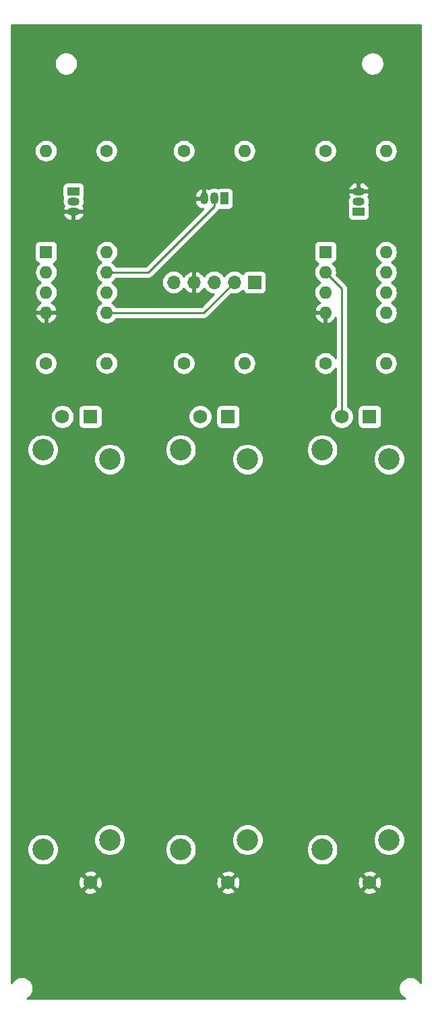
<source format=gbl>
G04 #@! TF.GenerationSoftware,KiCad,Pcbnew,5.1.4-e60b266~84~ubuntu19.04.1*
G04 #@! TF.CreationDate,2019-08-30T20:30:52+02:00*
G04 #@! TF.ProjectId,PixelSlasher,50697865-6c53-46c6-9173-6865722e6b69,1.0*
G04 #@! TF.SameCoordinates,Original*
G04 #@! TF.FileFunction,Copper,L2,Bot*
G04 #@! TF.FilePolarity,Positive*
%FSLAX46Y46*%
G04 Gerber Fmt 4.6, Leading zero omitted, Abs format (unit mm)*
G04 Created by KiCad (PCBNEW 5.1.4-e60b266~84~ubuntu19.04.1) date 2019-08-30 20:30:52*
%MOMM*%
%LPD*%
G04 APERTURE LIST*
%ADD10R,1.700000X1.700000*%
%ADD11O,1.700000X1.700000*%
%ADD12O,1.500000X1.050000*%
%ADD13R,1.500000X1.050000*%
%ADD14R,1.050000X1.500000*%
%ADD15O,1.050000X1.500000*%
%ADD16O,1.600000X1.600000*%
%ADD17C,1.600000*%
%ADD18C,2.700000*%
%ADD19C,1.750000*%
%ADD20R,1.750000X1.750000*%
%ADD21R,1.600000X1.600000*%
%ADD22C,0.250000*%
%ADD23C,0.254000*%
G04 APERTURE END LIST*
D10*
X135095000Y-66030000D03*
D11*
X132555000Y-66030000D03*
X130015000Y-66030000D03*
X127475000Y-66030000D03*
X124935000Y-66030000D03*
D12*
X112345001Y-55880000D03*
X112345001Y-57150000D03*
D13*
X112345001Y-54610000D03*
D14*
X131290000Y-55520000D03*
D15*
X128750000Y-55520000D03*
X130020000Y-55520000D03*
D12*
X148160000Y-55880000D03*
X148160000Y-54610000D03*
D13*
X148160000Y-57150000D03*
D16*
X116515001Y-76200000D03*
D17*
X108895001Y-76200000D03*
X116515001Y-49530000D03*
D16*
X108895001Y-49530000D03*
D17*
X126210000Y-76200000D03*
D16*
X133830000Y-76200000D03*
X133830000Y-49530000D03*
D17*
X126210000Y-49530000D03*
X143990000Y-76200000D03*
D16*
X151610000Y-76200000D03*
D17*
X143990000Y-49530000D03*
D16*
X151610000Y-49530000D03*
D18*
X108505001Y-137270000D03*
X108505001Y-87070000D03*
X116905001Y-136070000D03*
X116905001Y-88270000D03*
D19*
X114455001Y-141420000D03*
X110955001Y-82920000D03*
D20*
X114455001Y-82920000D03*
D18*
X125820000Y-137270000D03*
X125820000Y-87070000D03*
X134220000Y-136070000D03*
X134220000Y-88270000D03*
D19*
X131770000Y-141420000D03*
X128270000Y-82920000D03*
D20*
X131770000Y-82920000D03*
X149550000Y-82920000D03*
D19*
X146050000Y-82920000D03*
X149550000Y-141420000D03*
D18*
X152000000Y-88270000D03*
X152000000Y-136070000D03*
X143600000Y-87070000D03*
X143600000Y-137270000D03*
D16*
X116525001Y-62230000D03*
X108905001Y-69850000D03*
X116525001Y-64770000D03*
X108905001Y-67310000D03*
X116525001Y-67310000D03*
X108905001Y-64770000D03*
X116525001Y-69850000D03*
D21*
X108905001Y-62230000D03*
D16*
X151620000Y-62230000D03*
X144000000Y-69850000D03*
X151620000Y-64770000D03*
X144000000Y-67310000D03*
X151620000Y-67310000D03*
X144000000Y-64770000D03*
X151620000Y-69850000D03*
D21*
X144000000Y-62230000D03*
D22*
X128735000Y-69850000D02*
X116525001Y-69850000D01*
X132555000Y-66030000D02*
X128735000Y-69850000D01*
X117656371Y-64770000D02*
X116525001Y-64770000D01*
X121770000Y-64770000D02*
X117656371Y-64770000D01*
X130020000Y-56520000D02*
X121770000Y-64770000D01*
X130020000Y-55520000D02*
X130020000Y-56520000D01*
X146050000Y-66820000D02*
X144000000Y-64770000D01*
X146050000Y-82920000D02*
X146050000Y-66820000D01*
D23*
G36*
X155965001Y-154045755D02*
G01*
X155952015Y-154014404D01*
X155792460Y-153775614D01*
X155589386Y-153572540D01*
X155350596Y-153412985D01*
X155085267Y-153303082D01*
X154803595Y-153247054D01*
X154516405Y-153247054D01*
X154234733Y-153303082D01*
X153969404Y-153412985D01*
X153730614Y-153572540D01*
X153527540Y-153775614D01*
X153367985Y-154014404D01*
X153258082Y-154279733D01*
X153202054Y-154561405D01*
X153202054Y-154848595D01*
X153258082Y-155130267D01*
X153367985Y-155395596D01*
X153527540Y-155634386D01*
X153730614Y-155837460D01*
X153969404Y-155997015D01*
X154000753Y-156010000D01*
X106509247Y-156010000D01*
X106540596Y-155997015D01*
X106779386Y-155837460D01*
X106982460Y-155634386D01*
X107142015Y-155395596D01*
X107251918Y-155130267D01*
X107307946Y-154848595D01*
X107307946Y-154561405D01*
X107251918Y-154279733D01*
X107142015Y-154014404D01*
X106982460Y-153775614D01*
X106779386Y-153572540D01*
X106540596Y-153412985D01*
X106275267Y-153303082D01*
X105993595Y-153247054D01*
X105706405Y-153247054D01*
X105424733Y-153303082D01*
X105159404Y-153412985D01*
X104920614Y-153572540D01*
X104717540Y-153775614D01*
X104557985Y-154014404D01*
X104545000Y-154045753D01*
X104545000Y-142466240D01*
X113588366Y-142466240D01*
X113669026Y-142717868D01*
X113937330Y-142846267D01*
X114225527Y-142919855D01*
X114522544Y-142935804D01*
X114816964Y-142893501D01*
X115097475Y-142794572D01*
X115240976Y-142717868D01*
X115321636Y-142466240D01*
X130903365Y-142466240D01*
X130984025Y-142717868D01*
X131252329Y-142846267D01*
X131540526Y-142919855D01*
X131837543Y-142935804D01*
X132131963Y-142893501D01*
X132412474Y-142794572D01*
X132555975Y-142717868D01*
X132636635Y-142466240D01*
X148683365Y-142466240D01*
X148764025Y-142717868D01*
X149032329Y-142846267D01*
X149320526Y-142919855D01*
X149617543Y-142935804D01*
X149911963Y-142893501D01*
X150192474Y-142794572D01*
X150335975Y-142717868D01*
X150416635Y-142466240D01*
X149550000Y-141599605D01*
X148683365Y-142466240D01*
X132636635Y-142466240D01*
X131770000Y-141599605D01*
X130903365Y-142466240D01*
X115321636Y-142466240D01*
X114455001Y-141599605D01*
X113588366Y-142466240D01*
X104545000Y-142466240D01*
X104545000Y-141487543D01*
X112939197Y-141487543D01*
X112981500Y-141781963D01*
X113080429Y-142062474D01*
X113157133Y-142205975D01*
X113408761Y-142286635D01*
X114275396Y-141420000D01*
X114634606Y-141420000D01*
X115501241Y-142286635D01*
X115752869Y-142205975D01*
X115881268Y-141937671D01*
X115954856Y-141649474D01*
X115963551Y-141487543D01*
X130254196Y-141487543D01*
X130296499Y-141781963D01*
X130395428Y-142062474D01*
X130472132Y-142205975D01*
X130723760Y-142286635D01*
X131590395Y-141420000D01*
X131949605Y-141420000D01*
X132816240Y-142286635D01*
X133067868Y-142205975D01*
X133196267Y-141937671D01*
X133269855Y-141649474D01*
X133278550Y-141487543D01*
X148034196Y-141487543D01*
X148076499Y-141781963D01*
X148175428Y-142062474D01*
X148252132Y-142205975D01*
X148503760Y-142286635D01*
X149370395Y-141420000D01*
X149729605Y-141420000D01*
X150596240Y-142286635D01*
X150847868Y-142205975D01*
X150976267Y-141937671D01*
X151049855Y-141649474D01*
X151065804Y-141352457D01*
X151023501Y-141058037D01*
X150924572Y-140777526D01*
X150847868Y-140634025D01*
X150596240Y-140553365D01*
X149729605Y-141420000D01*
X149370395Y-141420000D01*
X148503760Y-140553365D01*
X148252132Y-140634025D01*
X148123733Y-140902329D01*
X148050145Y-141190526D01*
X148034196Y-141487543D01*
X133278550Y-141487543D01*
X133285804Y-141352457D01*
X133243501Y-141058037D01*
X133144572Y-140777526D01*
X133067868Y-140634025D01*
X132816240Y-140553365D01*
X131949605Y-141420000D01*
X131590395Y-141420000D01*
X130723760Y-140553365D01*
X130472132Y-140634025D01*
X130343733Y-140902329D01*
X130270145Y-141190526D01*
X130254196Y-141487543D01*
X115963551Y-141487543D01*
X115970805Y-141352457D01*
X115928502Y-141058037D01*
X115829573Y-140777526D01*
X115752869Y-140634025D01*
X115501241Y-140553365D01*
X114634606Y-141420000D01*
X114275396Y-141420000D01*
X113408761Y-140553365D01*
X113157133Y-140634025D01*
X113028734Y-140902329D01*
X112955146Y-141190526D01*
X112939197Y-141487543D01*
X104545000Y-141487543D01*
X104545000Y-140373760D01*
X113588366Y-140373760D01*
X114455001Y-141240395D01*
X115321636Y-140373760D01*
X130903365Y-140373760D01*
X131770000Y-141240395D01*
X132636635Y-140373760D01*
X148683365Y-140373760D01*
X149550000Y-141240395D01*
X150416635Y-140373760D01*
X150335975Y-140122132D01*
X150067671Y-139993733D01*
X149779474Y-139920145D01*
X149482457Y-139904196D01*
X149188037Y-139946499D01*
X148907526Y-140045428D01*
X148764025Y-140122132D01*
X148683365Y-140373760D01*
X132636635Y-140373760D01*
X132555975Y-140122132D01*
X132287671Y-139993733D01*
X131999474Y-139920145D01*
X131702457Y-139904196D01*
X131408037Y-139946499D01*
X131127526Y-140045428D01*
X130984025Y-140122132D01*
X130903365Y-140373760D01*
X115321636Y-140373760D01*
X115240976Y-140122132D01*
X114972672Y-139993733D01*
X114684475Y-139920145D01*
X114387458Y-139904196D01*
X114093038Y-139946499D01*
X113812527Y-140045428D01*
X113669026Y-140122132D01*
X113588366Y-140373760D01*
X104545000Y-140373760D01*
X104545000Y-137074495D01*
X106520001Y-137074495D01*
X106520001Y-137465505D01*
X106596283Y-137849003D01*
X106745916Y-138210250D01*
X106963150Y-138535364D01*
X107239637Y-138811851D01*
X107564751Y-139029085D01*
X107925998Y-139178718D01*
X108309496Y-139255000D01*
X108700506Y-139255000D01*
X109084004Y-139178718D01*
X109445251Y-139029085D01*
X109770365Y-138811851D01*
X110046852Y-138535364D01*
X110264086Y-138210250D01*
X110413719Y-137849003D01*
X110490001Y-137465505D01*
X110490001Y-137074495D01*
X110413719Y-136690997D01*
X110264086Y-136329750D01*
X110046852Y-136004636D01*
X109916711Y-135874495D01*
X114920001Y-135874495D01*
X114920001Y-136265505D01*
X114996283Y-136649003D01*
X115145916Y-137010250D01*
X115363150Y-137335364D01*
X115639637Y-137611851D01*
X115964751Y-137829085D01*
X116325998Y-137978718D01*
X116709496Y-138055000D01*
X117100506Y-138055000D01*
X117484004Y-137978718D01*
X117845251Y-137829085D01*
X118170365Y-137611851D01*
X118446852Y-137335364D01*
X118621158Y-137074495D01*
X123835000Y-137074495D01*
X123835000Y-137465505D01*
X123911282Y-137849003D01*
X124060915Y-138210250D01*
X124278149Y-138535364D01*
X124554636Y-138811851D01*
X124879750Y-139029085D01*
X125240997Y-139178718D01*
X125624495Y-139255000D01*
X126015505Y-139255000D01*
X126399003Y-139178718D01*
X126760250Y-139029085D01*
X127085364Y-138811851D01*
X127361851Y-138535364D01*
X127579085Y-138210250D01*
X127728718Y-137849003D01*
X127805000Y-137465505D01*
X127805000Y-137074495D01*
X127728718Y-136690997D01*
X127579085Y-136329750D01*
X127361851Y-136004636D01*
X127231710Y-135874495D01*
X132235000Y-135874495D01*
X132235000Y-136265505D01*
X132311282Y-136649003D01*
X132460915Y-137010250D01*
X132678149Y-137335364D01*
X132954636Y-137611851D01*
X133279750Y-137829085D01*
X133640997Y-137978718D01*
X134024495Y-138055000D01*
X134415505Y-138055000D01*
X134799003Y-137978718D01*
X135160250Y-137829085D01*
X135485364Y-137611851D01*
X135761851Y-137335364D01*
X135936157Y-137074495D01*
X141615000Y-137074495D01*
X141615000Y-137465505D01*
X141691282Y-137849003D01*
X141840915Y-138210250D01*
X142058149Y-138535364D01*
X142334636Y-138811851D01*
X142659750Y-139029085D01*
X143020997Y-139178718D01*
X143404495Y-139255000D01*
X143795505Y-139255000D01*
X144179003Y-139178718D01*
X144540250Y-139029085D01*
X144865364Y-138811851D01*
X145141851Y-138535364D01*
X145359085Y-138210250D01*
X145508718Y-137849003D01*
X145585000Y-137465505D01*
X145585000Y-137074495D01*
X145508718Y-136690997D01*
X145359085Y-136329750D01*
X145141851Y-136004636D01*
X145011710Y-135874495D01*
X150015000Y-135874495D01*
X150015000Y-136265505D01*
X150091282Y-136649003D01*
X150240915Y-137010250D01*
X150458149Y-137335364D01*
X150734636Y-137611851D01*
X151059750Y-137829085D01*
X151420997Y-137978718D01*
X151804495Y-138055000D01*
X152195505Y-138055000D01*
X152579003Y-137978718D01*
X152940250Y-137829085D01*
X153265364Y-137611851D01*
X153541851Y-137335364D01*
X153759085Y-137010250D01*
X153908718Y-136649003D01*
X153985000Y-136265505D01*
X153985000Y-135874495D01*
X153908718Y-135490997D01*
X153759085Y-135129750D01*
X153541851Y-134804636D01*
X153265364Y-134528149D01*
X152940250Y-134310915D01*
X152579003Y-134161282D01*
X152195505Y-134085000D01*
X151804495Y-134085000D01*
X151420997Y-134161282D01*
X151059750Y-134310915D01*
X150734636Y-134528149D01*
X150458149Y-134804636D01*
X150240915Y-135129750D01*
X150091282Y-135490997D01*
X150015000Y-135874495D01*
X145011710Y-135874495D01*
X144865364Y-135728149D01*
X144540250Y-135510915D01*
X144179003Y-135361282D01*
X143795505Y-135285000D01*
X143404495Y-135285000D01*
X143020997Y-135361282D01*
X142659750Y-135510915D01*
X142334636Y-135728149D01*
X142058149Y-136004636D01*
X141840915Y-136329750D01*
X141691282Y-136690997D01*
X141615000Y-137074495D01*
X135936157Y-137074495D01*
X135979085Y-137010250D01*
X136128718Y-136649003D01*
X136205000Y-136265505D01*
X136205000Y-135874495D01*
X136128718Y-135490997D01*
X135979085Y-135129750D01*
X135761851Y-134804636D01*
X135485364Y-134528149D01*
X135160250Y-134310915D01*
X134799003Y-134161282D01*
X134415505Y-134085000D01*
X134024495Y-134085000D01*
X133640997Y-134161282D01*
X133279750Y-134310915D01*
X132954636Y-134528149D01*
X132678149Y-134804636D01*
X132460915Y-135129750D01*
X132311282Y-135490997D01*
X132235000Y-135874495D01*
X127231710Y-135874495D01*
X127085364Y-135728149D01*
X126760250Y-135510915D01*
X126399003Y-135361282D01*
X126015505Y-135285000D01*
X125624495Y-135285000D01*
X125240997Y-135361282D01*
X124879750Y-135510915D01*
X124554636Y-135728149D01*
X124278149Y-136004636D01*
X124060915Y-136329750D01*
X123911282Y-136690997D01*
X123835000Y-137074495D01*
X118621158Y-137074495D01*
X118664086Y-137010250D01*
X118813719Y-136649003D01*
X118890001Y-136265505D01*
X118890001Y-135874495D01*
X118813719Y-135490997D01*
X118664086Y-135129750D01*
X118446852Y-134804636D01*
X118170365Y-134528149D01*
X117845251Y-134310915D01*
X117484004Y-134161282D01*
X117100506Y-134085000D01*
X116709496Y-134085000D01*
X116325998Y-134161282D01*
X115964751Y-134310915D01*
X115639637Y-134528149D01*
X115363150Y-134804636D01*
X115145916Y-135129750D01*
X114996283Y-135490997D01*
X114920001Y-135874495D01*
X109916711Y-135874495D01*
X109770365Y-135728149D01*
X109445251Y-135510915D01*
X109084004Y-135361282D01*
X108700506Y-135285000D01*
X108309496Y-135285000D01*
X107925998Y-135361282D01*
X107564751Y-135510915D01*
X107239637Y-135728149D01*
X106963150Y-136004636D01*
X106745916Y-136329750D01*
X106596283Y-136690997D01*
X106520001Y-137074495D01*
X104545000Y-137074495D01*
X104545000Y-86874495D01*
X106520001Y-86874495D01*
X106520001Y-87265505D01*
X106596283Y-87649003D01*
X106745916Y-88010250D01*
X106963150Y-88335364D01*
X107239637Y-88611851D01*
X107564751Y-88829085D01*
X107925998Y-88978718D01*
X108309496Y-89055000D01*
X108700506Y-89055000D01*
X109084004Y-88978718D01*
X109445251Y-88829085D01*
X109770365Y-88611851D01*
X110046852Y-88335364D01*
X110221158Y-88074495D01*
X114920001Y-88074495D01*
X114920001Y-88465505D01*
X114996283Y-88849003D01*
X115145916Y-89210250D01*
X115363150Y-89535364D01*
X115639637Y-89811851D01*
X115964751Y-90029085D01*
X116325998Y-90178718D01*
X116709496Y-90255000D01*
X117100506Y-90255000D01*
X117484004Y-90178718D01*
X117845251Y-90029085D01*
X118170365Y-89811851D01*
X118446852Y-89535364D01*
X118664086Y-89210250D01*
X118813719Y-88849003D01*
X118890001Y-88465505D01*
X118890001Y-88074495D01*
X118813719Y-87690997D01*
X118664086Y-87329750D01*
X118446852Y-87004636D01*
X118316711Y-86874495D01*
X123835000Y-86874495D01*
X123835000Y-87265505D01*
X123911282Y-87649003D01*
X124060915Y-88010250D01*
X124278149Y-88335364D01*
X124554636Y-88611851D01*
X124879750Y-88829085D01*
X125240997Y-88978718D01*
X125624495Y-89055000D01*
X126015505Y-89055000D01*
X126399003Y-88978718D01*
X126760250Y-88829085D01*
X127085364Y-88611851D01*
X127361851Y-88335364D01*
X127536157Y-88074495D01*
X132235000Y-88074495D01*
X132235000Y-88465505D01*
X132311282Y-88849003D01*
X132460915Y-89210250D01*
X132678149Y-89535364D01*
X132954636Y-89811851D01*
X133279750Y-90029085D01*
X133640997Y-90178718D01*
X134024495Y-90255000D01*
X134415505Y-90255000D01*
X134799003Y-90178718D01*
X135160250Y-90029085D01*
X135485364Y-89811851D01*
X135761851Y-89535364D01*
X135979085Y-89210250D01*
X136128718Y-88849003D01*
X136205000Y-88465505D01*
X136205000Y-88074495D01*
X136128718Y-87690997D01*
X135979085Y-87329750D01*
X135761851Y-87004636D01*
X135631710Y-86874495D01*
X141615000Y-86874495D01*
X141615000Y-87265505D01*
X141691282Y-87649003D01*
X141840915Y-88010250D01*
X142058149Y-88335364D01*
X142334636Y-88611851D01*
X142659750Y-88829085D01*
X143020997Y-88978718D01*
X143404495Y-89055000D01*
X143795505Y-89055000D01*
X144179003Y-88978718D01*
X144540250Y-88829085D01*
X144865364Y-88611851D01*
X145141851Y-88335364D01*
X145316157Y-88074495D01*
X150015000Y-88074495D01*
X150015000Y-88465505D01*
X150091282Y-88849003D01*
X150240915Y-89210250D01*
X150458149Y-89535364D01*
X150734636Y-89811851D01*
X151059750Y-90029085D01*
X151420997Y-90178718D01*
X151804495Y-90255000D01*
X152195505Y-90255000D01*
X152579003Y-90178718D01*
X152940250Y-90029085D01*
X153265364Y-89811851D01*
X153541851Y-89535364D01*
X153759085Y-89210250D01*
X153908718Y-88849003D01*
X153985000Y-88465505D01*
X153985000Y-88074495D01*
X153908718Y-87690997D01*
X153759085Y-87329750D01*
X153541851Y-87004636D01*
X153265364Y-86728149D01*
X152940250Y-86510915D01*
X152579003Y-86361282D01*
X152195505Y-86285000D01*
X151804495Y-86285000D01*
X151420997Y-86361282D01*
X151059750Y-86510915D01*
X150734636Y-86728149D01*
X150458149Y-87004636D01*
X150240915Y-87329750D01*
X150091282Y-87690997D01*
X150015000Y-88074495D01*
X145316157Y-88074495D01*
X145359085Y-88010250D01*
X145508718Y-87649003D01*
X145585000Y-87265505D01*
X145585000Y-86874495D01*
X145508718Y-86490997D01*
X145359085Y-86129750D01*
X145141851Y-85804636D01*
X144865364Y-85528149D01*
X144540250Y-85310915D01*
X144179003Y-85161282D01*
X143795505Y-85085000D01*
X143404495Y-85085000D01*
X143020997Y-85161282D01*
X142659750Y-85310915D01*
X142334636Y-85528149D01*
X142058149Y-85804636D01*
X141840915Y-86129750D01*
X141691282Y-86490997D01*
X141615000Y-86874495D01*
X135631710Y-86874495D01*
X135485364Y-86728149D01*
X135160250Y-86510915D01*
X134799003Y-86361282D01*
X134415505Y-86285000D01*
X134024495Y-86285000D01*
X133640997Y-86361282D01*
X133279750Y-86510915D01*
X132954636Y-86728149D01*
X132678149Y-87004636D01*
X132460915Y-87329750D01*
X132311282Y-87690997D01*
X132235000Y-88074495D01*
X127536157Y-88074495D01*
X127579085Y-88010250D01*
X127728718Y-87649003D01*
X127805000Y-87265505D01*
X127805000Y-86874495D01*
X127728718Y-86490997D01*
X127579085Y-86129750D01*
X127361851Y-85804636D01*
X127085364Y-85528149D01*
X126760250Y-85310915D01*
X126399003Y-85161282D01*
X126015505Y-85085000D01*
X125624495Y-85085000D01*
X125240997Y-85161282D01*
X124879750Y-85310915D01*
X124554636Y-85528149D01*
X124278149Y-85804636D01*
X124060915Y-86129750D01*
X123911282Y-86490997D01*
X123835000Y-86874495D01*
X118316711Y-86874495D01*
X118170365Y-86728149D01*
X117845251Y-86510915D01*
X117484004Y-86361282D01*
X117100506Y-86285000D01*
X116709496Y-86285000D01*
X116325998Y-86361282D01*
X115964751Y-86510915D01*
X115639637Y-86728149D01*
X115363150Y-87004636D01*
X115145916Y-87329750D01*
X114996283Y-87690997D01*
X114920001Y-88074495D01*
X110221158Y-88074495D01*
X110264086Y-88010250D01*
X110413719Y-87649003D01*
X110490001Y-87265505D01*
X110490001Y-86874495D01*
X110413719Y-86490997D01*
X110264086Y-86129750D01*
X110046852Y-85804636D01*
X109770365Y-85528149D01*
X109445251Y-85310915D01*
X109084004Y-85161282D01*
X108700506Y-85085000D01*
X108309496Y-85085000D01*
X107925998Y-85161282D01*
X107564751Y-85310915D01*
X107239637Y-85528149D01*
X106963150Y-85804636D01*
X106745916Y-86129750D01*
X106596283Y-86490997D01*
X106520001Y-86874495D01*
X104545000Y-86874495D01*
X104545000Y-82771278D01*
X109445001Y-82771278D01*
X109445001Y-83068722D01*
X109503030Y-83360451D01*
X109616857Y-83635253D01*
X109782108Y-83882569D01*
X109992432Y-84092893D01*
X110239748Y-84258144D01*
X110514550Y-84371971D01*
X110806279Y-84430000D01*
X111103723Y-84430000D01*
X111395452Y-84371971D01*
X111670254Y-84258144D01*
X111917570Y-84092893D01*
X112127894Y-83882569D01*
X112293145Y-83635253D01*
X112406972Y-83360451D01*
X112465001Y-83068722D01*
X112465001Y-82771278D01*
X112406972Y-82479549D01*
X112293145Y-82204747D01*
X112186406Y-82045000D01*
X112941929Y-82045000D01*
X112941929Y-83795000D01*
X112954189Y-83919482D01*
X112990499Y-84039180D01*
X113049464Y-84149494D01*
X113128816Y-84246185D01*
X113225507Y-84325537D01*
X113335821Y-84384502D01*
X113455519Y-84420812D01*
X113580001Y-84433072D01*
X115330001Y-84433072D01*
X115454483Y-84420812D01*
X115574181Y-84384502D01*
X115684495Y-84325537D01*
X115781186Y-84246185D01*
X115860538Y-84149494D01*
X115919503Y-84039180D01*
X115955813Y-83919482D01*
X115968073Y-83795000D01*
X115968073Y-82771278D01*
X126760000Y-82771278D01*
X126760000Y-83068722D01*
X126818029Y-83360451D01*
X126931856Y-83635253D01*
X127097107Y-83882569D01*
X127307431Y-84092893D01*
X127554747Y-84258144D01*
X127829549Y-84371971D01*
X128121278Y-84430000D01*
X128418722Y-84430000D01*
X128710451Y-84371971D01*
X128985253Y-84258144D01*
X129232569Y-84092893D01*
X129442893Y-83882569D01*
X129608144Y-83635253D01*
X129721971Y-83360451D01*
X129780000Y-83068722D01*
X129780000Y-82771278D01*
X129721971Y-82479549D01*
X129608144Y-82204747D01*
X129501405Y-82045000D01*
X130256928Y-82045000D01*
X130256928Y-83795000D01*
X130269188Y-83919482D01*
X130305498Y-84039180D01*
X130364463Y-84149494D01*
X130443815Y-84246185D01*
X130540506Y-84325537D01*
X130650820Y-84384502D01*
X130770518Y-84420812D01*
X130895000Y-84433072D01*
X132645000Y-84433072D01*
X132769482Y-84420812D01*
X132889180Y-84384502D01*
X132999494Y-84325537D01*
X133096185Y-84246185D01*
X133175537Y-84149494D01*
X133234502Y-84039180D01*
X133270812Y-83919482D01*
X133283072Y-83795000D01*
X133283072Y-82045000D01*
X133270812Y-81920518D01*
X133234502Y-81800820D01*
X133175537Y-81690506D01*
X133096185Y-81593815D01*
X132999494Y-81514463D01*
X132889180Y-81455498D01*
X132769482Y-81419188D01*
X132645000Y-81406928D01*
X130895000Y-81406928D01*
X130770518Y-81419188D01*
X130650820Y-81455498D01*
X130540506Y-81514463D01*
X130443815Y-81593815D01*
X130364463Y-81690506D01*
X130305498Y-81800820D01*
X130269188Y-81920518D01*
X130256928Y-82045000D01*
X129501405Y-82045000D01*
X129442893Y-81957431D01*
X129232569Y-81747107D01*
X128985253Y-81581856D01*
X128710451Y-81468029D01*
X128418722Y-81410000D01*
X128121278Y-81410000D01*
X127829549Y-81468029D01*
X127554747Y-81581856D01*
X127307431Y-81747107D01*
X127097107Y-81957431D01*
X126931856Y-82204747D01*
X126818029Y-82479549D01*
X126760000Y-82771278D01*
X115968073Y-82771278D01*
X115968073Y-82045000D01*
X115955813Y-81920518D01*
X115919503Y-81800820D01*
X115860538Y-81690506D01*
X115781186Y-81593815D01*
X115684495Y-81514463D01*
X115574181Y-81455498D01*
X115454483Y-81419188D01*
X115330001Y-81406928D01*
X113580001Y-81406928D01*
X113455519Y-81419188D01*
X113335821Y-81455498D01*
X113225507Y-81514463D01*
X113128816Y-81593815D01*
X113049464Y-81690506D01*
X112990499Y-81800820D01*
X112954189Y-81920518D01*
X112941929Y-82045000D01*
X112186406Y-82045000D01*
X112127894Y-81957431D01*
X111917570Y-81747107D01*
X111670254Y-81581856D01*
X111395452Y-81468029D01*
X111103723Y-81410000D01*
X110806279Y-81410000D01*
X110514550Y-81468029D01*
X110239748Y-81581856D01*
X109992432Y-81747107D01*
X109782108Y-81957431D01*
X109616857Y-82204747D01*
X109503030Y-82479549D01*
X109445001Y-82771278D01*
X104545000Y-82771278D01*
X104545000Y-76058665D01*
X107460001Y-76058665D01*
X107460001Y-76341335D01*
X107515148Y-76618574D01*
X107623321Y-76879727D01*
X107780364Y-77114759D01*
X107980242Y-77314637D01*
X108215274Y-77471680D01*
X108476427Y-77579853D01*
X108753666Y-77635000D01*
X109036336Y-77635000D01*
X109313575Y-77579853D01*
X109574728Y-77471680D01*
X109809760Y-77314637D01*
X110009638Y-77114759D01*
X110166681Y-76879727D01*
X110274854Y-76618574D01*
X110330001Y-76341335D01*
X110330001Y-76200000D01*
X115073058Y-76200000D01*
X115100765Y-76481309D01*
X115182819Y-76751808D01*
X115316069Y-77001101D01*
X115495393Y-77219608D01*
X115713900Y-77398932D01*
X115963193Y-77532182D01*
X116233692Y-77614236D01*
X116444509Y-77635000D01*
X116585493Y-77635000D01*
X116796310Y-77614236D01*
X117066809Y-77532182D01*
X117316102Y-77398932D01*
X117534609Y-77219608D01*
X117713933Y-77001101D01*
X117847183Y-76751808D01*
X117929237Y-76481309D01*
X117956944Y-76200000D01*
X117943024Y-76058665D01*
X124775000Y-76058665D01*
X124775000Y-76341335D01*
X124830147Y-76618574D01*
X124938320Y-76879727D01*
X125095363Y-77114759D01*
X125295241Y-77314637D01*
X125530273Y-77471680D01*
X125791426Y-77579853D01*
X126068665Y-77635000D01*
X126351335Y-77635000D01*
X126628574Y-77579853D01*
X126889727Y-77471680D01*
X127124759Y-77314637D01*
X127324637Y-77114759D01*
X127481680Y-76879727D01*
X127589853Y-76618574D01*
X127645000Y-76341335D01*
X127645000Y-76200000D01*
X132388057Y-76200000D01*
X132415764Y-76481309D01*
X132497818Y-76751808D01*
X132631068Y-77001101D01*
X132810392Y-77219608D01*
X133028899Y-77398932D01*
X133278192Y-77532182D01*
X133548691Y-77614236D01*
X133759508Y-77635000D01*
X133900492Y-77635000D01*
X134111309Y-77614236D01*
X134381808Y-77532182D01*
X134631101Y-77398932D01*
X134849608Y-77219608D01*
X135028932Y-77001101D01*
X135162182Y-76751808D01*
X135244236Y-76481309D01*
X135271943Y-76200000D01*
X135258023Y-76058665D01*
X142555000Y-76058665D01*
X142555000Y-76341335D01*
X142610147Y-76618574D01*
X142718320Y-76879727D01*
X142875363Y-77114759D01*
X143075241Y-77314637D01*
X143310273Y-77471680D01*
X143571426Y-77579853D01*
X143848665Y-77635000D01*
X144131335Y-77635000D01*
X144408574Y-77579853D01*
X144669727Y-77471680D01*
X144904759Y-77314637D01*
X145104637Y-77114759D01*
X145261680Y-76879727D01*
X145290000Y-76811355D01*
X145290000Y-81611755D01*
X145087431Y-81747107D01*
X144877107Y-81957431D01*
X144711856Y-82204747D01*
X144598029Y-82479549D01*
X144540000Y-82771278D01*
X144540000Y-83068722D01*
X144598029Y-83360451D01*
X144711856Y-83635253D01*
X144877107Y-83882569D01*
X145087431Y-84092893D01*
X145334747Y-84258144D01*
X145609549Y-84371971D01*
X145901278Y-84430000D01*
X146198722Y-84430000D01*
X146490451Y-84371971D01*
X146765253Y-84258144D01*
X147012569Y-84092893D01*
X147222893Y-83882569D01*
X147388144Y-83635253D01*
X147501971Y-83360451D01*
X147560000Y-83068722D01*
X147560000Y-82771278D01*
X147501971Y-82479549D01*
X147388144Y-82204747D01*
X147281405Y-82045000D01*
X148036928Y-82045000D01*
X148036928Y-83795000D01*
X148049188Y-83919482D01*
X148085498Y-84039180D01*
X148144463Y-84149494D01*
X148223815Y-84246185D01*
X148320506Y-84325537D01*
X148430820Y-84384502D01*
X148550518Y-84420812D01*
X148675000Y-84433072D01*
X150425000Y-84433072D01*
X150549482Y-84420812D01*
X150669180Y-84384502D01*
X150779494Y-84325537D01*
X150876185Y-84246185D01*
X150955537Y-84149494D01*
X151014502Y-84039180D01*
X151050812Y-83919482D01*
X151063072Y-83795000D01*
X151063072Y-82045000D01*
X151050812Y-81920518D01*
X151014502Y-81800820D01*
X150955537Y-81690506D01*
X150876185Y-81593815D01*
X150779494Y-81514463D01*
X150669180Y-81455498D01*
X150549482Y-81419188D01*
X150425000Y-81406928D01*
X148675000Y-81406928D01*
X148550518Y-81419188D01*
X148430820Y-81455498D01*
X148320506Y-81514463D01*
X148223815Y-81593815D01*
X148144463Y-81690506D01*
X148085498Y-81800820D01*
X148049188Y-81920518D01*
X148036928Y-82045000D01*
X147281405Y-82045000D01*
X147222893Y-81957431D01*
X147012569Y-81747107D01*
X146810000Y-81611755D01*
X146810000Y-76200000D01*
X150168057Y-76200000D01*
X150195764Y-76481309D01*
X150277818Y-76751808D01*
X150411068Y-77001101D01*
X150590392Y-77219608D01*
X150808899Y-77398932D01*
X151058192Y-77532182D01*
X151328691Y-77614236D01*
X151539508Y-77635000D01*
X151680492Y-77635000D01*
X151891309Y-77614236D01*
X152161808Y-77532182D01*
X152411101Y-77398932D01*
X152629608Y-77219608D01*
X152808932Y-77001101D01*
X152942182Y-76751808D01*
X153024236Y-76481309D01*
X153051943Y-76200000D01*
X153024236Y-75918691D01*
X152942182Y-75648192D01*
X152808932Y-75398899D01*
X152629608Y-75180392D01*
X152411101Y-75001068D01*
X152161808Y-74867818D01*
X151891309Y-74785764D01*
X151680492Y-74765000D01*
X151539508Y-74765000D01*
X151328691Y-74785764D01*
X151058192Y-74867818D01*
X150808899Y-75001068D01*
X150590392Y-75180392D01*
X150411068Y-75398899D01*
X150277818Y-75648192D01*
X150195764Y-75918691D01*
X150168057Y-76200000D01*
X146810000Y-76200000D01*
X146810000Y-66857323D01*
X146813676Y-66820000D01*
X146810000Y-66782677D01*
X146810000Y-66782667D01*
X146799003Y-66671014D01*
X146755546Y-66527753D01*
X146684974Y-66395724D01*
X146590001Y-66279999D01*
X146561003Y-66256201D01*
X145400708Y-65095906D01*
X145414236Y-65051309D01*
X145441943Y-64770000D01*
X145414236Y-64488691D01*
X145332182Y-64218192D01*
X145198932Y-63968899D01*
X145019608Y-63750392D01*
X144906518Y-63657581D01*
X144924482Y-63655812D01*
X145044180Y-63619502D01*
X145154494Y-63560537D01*
X145251185Y-63481185D01*
X145330537Y-63384494D01*
X145389502Y-63274180D01*
X145425812Y-63154482D01*
X145438072Y-63030000D01*
X145438072Y-62230000D01*
X150178057Y-62230000D01*
X150205764Y-62511309D01*
X150287818Y-62781808D01*
X150421068Y-63031101D01*
X150600392Y-63249608D01*
X150818899Y-63428932D01*
X150951858Y-63500000D01*
X150818899Y-63571068D01*
X150600392Y-63750392D01*
X150421068Y-63968899D01*
X150287818Y-64218192D01*
X150205764Y-64488691D01*
X150178057Y-64770000D01*
X150205764Y-65051309D01*
X150287818Y-65321808D01*
X150421068Y-65571101D01*
X150600392Y-65789608D01*
X150818899Y-65968932D01*
X150951858Y-66040000D01*
X150818899Y-66111068D01*
X150600392Y-66290392D01*
X150421068Y-66508899D01*
X150287818Y-66758192D01*
X150205764Y-67028691D01*
X150178057Y-67310000D01*
X150205764Y-67591309D01*
X150287818Y-67861808D01*
X150421068Y-68111101D01*
X150600392Y-68329608D01*
X150818899Y-68508932D01*
X150951858Y-68580000D01*
X150818899Y-68651068D01*
X150600392Y-68830392D01*
X150421068Y-69048899D01*
X150287818Y-69298192D01*
X150205764Y-69568691D01*
X150178057Y-69850000D01*
X150205764Y-70131309D01*
X150287818Y-70401808D01*
X150421068Y-70651101D01*
X150600392Y-70869608D01*
X150818899Y-71048932D01*
X151068192Y-71182182D01*
X151338691Y-71264236D01*
X151549508Y-71285000D01*
X151690492Y-71285000D01*
X151901309Y-71264236D01*
X152171808Y-71182182D01*
X152421101Y-71048932D01*
X152639608Y-70869608D01*
X152818932Y-70651101D01*
X152952182Y-70401808D01*
X153034236Y-70131309D01*
X153061943Y-69850000D01*
X153034236Y-69568691D01*
X152952182Y-69298192D01*
X152818932Y-69048899D01*
X152639608Y-68830392D01*
X152421101Y-68651068D01*
X152288142Y-68580000D01*
X152421101Y-68508932D01*
X152639608Y-68329608D01*
X152818932Y-68111101D01*
X152952182Y-67861808D01*
X153034236Y-67591309D01*
X153061943Y-67310000D01*
X153034236Y-67028691D01*
X152952182Y-66758192D01*
X152818932Y-66508899D01*
X152639608Y-66290392D01*
X152421101Y-66111068D01*
X152288142Y-66040000D01*
X152421101Y-65968932D01*
X152639608Y-65789608D01*
X152818932Y-65571101D01*
X152952182Y-65321808D01*
X153034236Y-65051309D01*
X153061943Y-64770000D01*
X153034236Y-64488691D01*
X152952182Y-64218192D01*
X152818932Y-63968899D01*
X152639608Y-63750392D01*
X152421101Y-63571068D01*
X152288142Y-63500000D01*
X152421101Y-63428932D01*
X152639608Y-63249608D01*
X152818932Y-63031101D01*
X152952182Y-62781808D01*
X153034236Y-62511309D01*
X153061943Y-62230000D01*
X153034236Y-61948691D01*
X152952182Y-61678192D01*
X152818932Y-61428899D01*
X152639608Y-61210392D01*
X152421101Y-61031068D01*
X152171808Y-60897818D01*
X151901309Y-60815764D01*
X151690492Y-60795000D01*
X151549508Y-60795000D01*
X151338691Y-60815764D01*
X151068192Y-60897818D01*
X150818899Y-61031068D01*
X150600392Y-61210392D01*
X150421068Y-61428899D01*
X150287818Y-61678192D01*
X150205764Y-61948691D01*
X150178057Y-62230000D01*
X145438072Y-62230000D01*
X145438072Y-61430000D01*
X145425812Y-61305518D01*
X145389502Y-61185820D01*
X145330537Y-61075506D01*
X145251185Y-60978815D01*
X145154494Y-60899463D01*
X145044180Y-60840498D01*
X144924482Y-60804188D01*
X144800000Y-60791928D01*
X143200000Y-60791928D01*
X143075518Y-60804188D01*
X142955820Y-60840498D01*
X142845506Y-60899463D01*
X142748815Y-60978815D01*
X142669463Y-61075506D01*
X142610498Y-61185820D01*
X142574188Y-61305518D01*
X142561928Y-61430000D01*
X142561928Y-63030000D01*
X142574188Y-63154482D01*
X142610498Y-63274180D01*
X142669463Y-63384494D01*
X142748815Y-63481185D01*
X142845506Y-63560537D01*
X142955820Y-63619502D01*
X143075518Y-63655812D01*
X143093482Y-63657581D01*
X142980392Y-63750392D01*
X142801068Y-63968899D01*
X142667818Y-64218192D01*
X142585764Y-64488691D01*
X142558057Y-64770000D01*
X142585764Y-65051309D01*
X142667818Y-65321808D01*
X142801068Y-65571101D01*
X142980392Y-65789608D01*
X143198899Y-65968932D01*
X143331858Y-66040000D01*
X143198899Y-66111068D01*
X142980392Y-66290392D01*
X142801068Y-66508899D01*
X142667818Y-66758192D01*
X142585764Y-67028691D01*
X142558057Y-67310000D01*
X142585764Y-67591309D01*
X142667818Y-67861808D01*
X142801068Y-68111101D01*
X142980392Y-68329608D01*
X143198899Y-68508932D01*
X143336682Y-68582579D01*
X143144869Y-68697615D01*
X142936481Y-68886586D01*
X142768963Y-69112580D01*
X142648754Y-69366913D01*
X142608096Y-69500961D01*
X142730085Y-69723000D01*
X143873000Y-69723000D01*
X143873000Y-69703000D01*
X144127000Y-69703000D01*
X144127000Y-69723000D01*
X144147000Y-69723000D01*
X144147000Y-69977000D01*
X144127000Y-69977000D01*
X144127000Y-71120624D01*
X144349040Y-71241909D01*
X144613881Y-71147070D01*
X144855131Y-71002385D01*
X145063519Y-70813414D01*
X145231037Y-70587420D01*
X145290001Y-70462667D01*
X145290000Y-75588645D01*
X145261680Y-75520273D01*
X145104637Y-75285241D01*
X144904759Y-75085363D01*
X144669727Y-74928320D01*
X144408574Y-74820147D01*
X144131335Y-74765000D01*
X143848665Y-74765000D01*
X143571426Y-74820147D01*
X143310273Y-74928320D01*
X143075241Y-75085363D01*
X142875363Y-75285241D01*
X142718320Y-75520273D01*
X142610147Y-75781426D01*
X142555000Y-76058665D01*
X135258023Y-76058665D01*
X135244236Y-75918691D01*
X135162182Y-75648192D01*
X135028932Y-75398899D01*
X134849608Y-75180392D01*
X134631101Y-75001068D01*
X134381808Y-74867818D01*
X134111309Y-74785764D01*
X133900492Y-74765000D01*
X133759508Y-74765000D01*
X133548691Y-74785764D01*
X133278192Y-74867818D01*
X133028899Y-75001068D01*
X132810392Y-75180392D01*
X132631068Y-75398899D01*
X132497818Y-75648192D01*
X132415764Y-75918691D01*
X132388057Y-76200000D01*
X127645000Y-76200000D01*
X127645000Y-76058665D01*
X127589853Y-75781426D01*
X127481680Y-75520273D01*
X127324637Y-75285241D01*
X127124759Y-75085363D01*
X126889727Y-74928320D01*
X126628574Y-74820147D01*
X126351335Y-74765000D01*
X126068665Y-74765000D01*
X125791426Y-74820147D01*
X125530273Y-74928320D01*
X125295241Y-75085363D01*
X125095363Y-75285241D01*
X124938320Y-75520273D01*
X124830147Y-75781426D01*
X124775000Y-76058665D01*
X117943024Y-76058665D01*
X117929237Y-75918691D01*
X117847183Y-75648192D01*
X117713933Y-75398899D01*
X117534609Y-75180392D01*
X117316102Y-75001068D01*
X117066809Y-74867818D01*
X116796310Y-74785764D01*
X116585493Y-74765000D01*
X116444509Y-74765000D01*
X116233692Y-74785764D01*
X115963193Y-74867818D01*
X115713900Y-75001068D01*
X115495393Y-75180392D01*
X115316069Y-75398899D01*
X115182819Y-75648192D01*
X115100765Y-75918691D01*
X115073058Y-76200000D01*
X110330001Y-76200000D01*
X110330001Y-76058665D01*
X110274854Y-75781426D01*
X110166681Y-75520273D01*
X110009638Y-75285241D01*
X109809760Y-75085363D01*
X109574728Y-74928320D01*
X109313575Y-74820147D01*
X109036336Y-74765000D01*
X108753666Y-74765000D01*
X108476427Y-74820147D01*
X108215274Y-74928320D01*
X107980242Y-75085363D01*
X107780364Y-75285241D01*
X107623321Y-75520273D01*
X107515148Y-75781426D01*
X107460001Y-76058665D01*
X104545000Y-76058665D01*
X104545000Y-70199039D01*
X107513097Y-70199039D01*
X107553755Y-70333087D01*
X107673964Y-70587420D01*
X107841482Y-70813414D01*
X108049870Y-71002385D01*
X108291120Y-71147070D01*
X108555961Y-71241909D01*
X108778001Y-71120624D01*
X108778001Y-69977000D01*
X109032001Y-69977000D01*
X109032001Y-71120624D01*
X109254041Y-71241909D01*
X109518882Y-71147070D01*
X109760132Y-71002385D01*
X109968520Y-70813414D01*
X110136038Y-70587420D01*
X110256247Y-70333087D01*
X110296905Y-70199039D01*
X110174916Y-69977000D01*
X109032001Y-69977000D01*
X108778001Y-69977000D01*
X107635086Y-69977000D01*
X107513097Y-70199039D01*
X104545000Y-70199039D01*
X104545000Y-64770000D01*
X107463058Y-64770000D01*
X107490765Y-65051309D01*
X107572819Y-65321808D01*
X107706069Y-65571101D01*
X107885393Y-65789608D01*
X108103900Y-65968932D01*
X108236859Y-66040000D01*
X108103900Y-66111068D01*
X107885393Y-66290392D01*
X107706069Y-66508899D01*
X107572819Y-66758192D01*
X107490765Y-67028691D01*
X107463058Y-67310000D01*
X107490765Y-67591309D01*
X107572819Y-67861808D01*
X107706069Y-68111101D01*
X107885393Y-68329608D01*
X108103900Y-68508932D01*
X108241683Y-68582579D01*
X108049870Y-68697615D01*
X107841482Y-68886586D01*
X107673964Y-69112580D01*
X107553755Y-69366913D01*
X107513097Y-69500961D01*
X107635086Y-69723000D01*
X108778001Y-69723000D01*
X108778001Y-69703000D01*
X109032001Y-69703000D01*
X109032001Y-69723000D01*
X110174916Y-69723000D01*
X110296905Y-69500961D01*
X110256247Y-69366913D01*
X110136038Y-69112580D01*
X109968520Y-68886586D01*
X109760132Y-68697615D01*
X109568319Y-68582579D01*
X109706102Y-68508932D01*
X109924609Y-68329608D01*
X110103933Y-68111101D01*
X110237183Y-67861808D01*
X110319237Y-67591309D01*
X110346944Y-67310000D01*
X110319237Y-67028691D01*
X110237183Y-66758192D01*
X110103933Y-66508899D01*
X109924609Y-66290392D01*
X109706102Y-66111068D01*
X109573143Y-66040000D01*
X109706102Y-65968932D01*
X109924609Y-65789608D01*
X110103933Y-65571101D01*
X110237183Y-65321808D01*
X110319237Y-65051309D01*
X110346944Y-64770000D01*
X110319237Y-64488691D01*
X110237183Y-64218192D01*
X110103933Y-63968899D01*
X109924609Y-63750392D01*
X109811519Y-63657581D01*
X109829483Y-63655812D01*
X109949181Y-63619502D01*
X110059495Y-63560537D01*
X110156186Y-63481185D01*
X110235538Y-63384494D01*
X110294503Y-63274180D01*
X110330813Y-63154482D01*
X110343073Y-63030000D01*
X110343073Y-62230000D01*
X115083058Y-62230000D01*
X115110765Y-62511309D01*
X115192819Y-62781808D01*
X115326069Y-63031101D01*
X115505393Y-63249608D01*
X115723900Y-63428932D01*
X115856859Y-63500000D01*
X115723900Y-63571068D01*
X115505393Y-63750392D01*
X115326069Y-63968899D01*
X115192819Y-64218192D01*
X115110765Y-64488691D01*
X115083058Y-64770000D01*
X115110765Y-65051309D01*
X115192819Y-65321808D01*
X115326069Y-65571101D01*
X115505393Y-65789608D01*
X115723900Y-65968932D01*
X115856859Y-66040000D01*
X115723900Y-66111068D01*
X115505393Y-66290392D01*
X115326069Y-66508899D01*
X115192819Y-66758192D01*
X115110765Y-67028691D01*
X115083058Y-67310000D01*
X115110765Y-67591309D01*
X115192819Y-67861808D01*
X115326069Y-68111101D01*
X115505393Y-68329608D01*
X115723900Y-68508932D01*
X115856859Y-68580000D01*
X115723900Y-68651068D01*
X115505393Y-68830392D01*
X115326069Y-69048899D01*
X115192819Y-69298192D01*
X115110765Y-69568691D01*
X115083058Y-69850000D01*
X115110765Y-70131309D01*
X115192819Y-70401808D01*
X115326069Y-70651101D01*
X115505393Y-70869608D01*
X115723900Y-71048932D01*
X115973193Y-71182182D01*
X116243692Y-71264236D01*
X116454509Y-71285000D01*
X116595493Y-71285000D01*
X116806310Y-71264236D01*
X117076809Y-71182182D01*
X117326102Y-71048932D01*
X117544609Y-70869608D01*
X117723933Y-70651101D01*
X117745902Y-70610000D01*
X128697678Y-70610000D01*
X128735000Y-70613676D01*
X128772322Y-70610000D01*
X128772333Y-70610000D01*
X128883986Y-70599003D01*
X129027247Y-70555546D01*
X129159276Y-70484974D01*
X129275001Y-70390001D01*
X129298804Y-70360997D01*
X129460762Y-70199039D01*
X142608096Y-70199039D01*
X142648754Y-70333087D01*
X142768963Y-70587420D01*
X142936481Y-70813414D01*
X143144869Y-71002385D01*
X143386119Y-71147070D01*
X143650960Y-71241909D01*
X143873000Y-71120624D01*
X143873000Y-69977000D01*
X142730085Y-69977000D01*
X142608096Y-70199039D01*
X129460762Y-70199039D01*
X132189005Y-67470797D01*
X132263889Y-67493513D01*
X132482050Y-67515000D01*
X132627950Y-67515000D01*
X132846111Y-67493513D01*
X133126034Y-67408599D01*
X133384014Y-67270706D01*
X133610134Y-67085134D01*
X133634607Y-67055313D01*
X133655498Y-67124180D01*
X133714463Y-67234494D01*
X133793815Y-67331185D01*
X133890506Y-67410537D01*
X134000820Y-67469502D01*
X134120518Y-67505812D01*
X134245000Y-67518072D01*
X135945000Y-67518072D01*
X136069482Y-67505812D01*
X136189180Y-67469502D01*
X136299494Y-67410537D01*
X136396185Y-67331185D01*
X136475537Y-67234494D01*
X136534502Y-67124180D01*
X136570812Y-67004482D01*
X136583072Y-66880000D01*
X136583072Y-65180000D01*
X136570812Y-65055518D01*
X136534502Y-64935820D01*
X136475537Y-64825506D01*
X136396185Y-64728815D01*
X136299494Y-64649463D01*
X136189180Y-64590498D01*
X136069482Y-64554188D01*
X135945000Y-64541928D01*
X134245000Y-64541928D01*
X134120518Y-64554188D01*
X134000820Y-64590498D01*
X133890506Y-64649463D01*
X133793815Y-64728815D01*
X133714463Y-64825506D01*
X133655498Y-64935820D01*
X133634607Y-65004687D01*
X133610134Y-64974866D01*
X133384014Y-64789294D01*
X133126034Y-64651401D01*
X132846111Y-64566487D01*
X132627950Y-64545000D01*
X132482050Y-64545000D01*
X132263889Y-64566487D01*
X131983966Y-64651401D01*
X131725986Y-64789294D01*
X131499866Y-64974866D01*
X131314294Y-65200986D01*
X131285000Y-65255791D01*
X131255706Y-65200986D01*
X131070134Y-64974866D01*
X130844014Y-64789294D01*
X130586034Y-64651401D01*
X130306111Y-64566487D01*
X130087950Y-64545000D01*
X129942050Y-64545000D01*
X129723889Y-64566487D01*
X129443966Y-64651401D01*
X129185986Y-64789294D01*
X128959866Y-64974866D01*
X128774294Y-65200986D01*
X128739799Y-65265523D01*
X128670178Y-65148645D01*
X128475269Y-64932412D01*
X128241920Y-64758359D01*
X127979099Y-64633175D01*
X127831890Y-64588524D01*
X127602000Y-64709845D01*
X127602000Y-65903000D01*
X127622000Y-65903000D01*
X127622000Y-66157000D01*
X127602000Y-66157000D01*
X127602000Y-67350155D01*
X127831890Y-67471476D01*
X127979099Y-67426825D01*
X128241920Y-67301641D01*
X128475269Y-67127588D01*
X128670178Y-66911355D01*
X128739799Y-66794477D01*
X128774294Y-66859014D01*
X128959866Y-67085134D01*
X129185986Y-67270706D01*
X129443966Y-67408599D01*
X129723889Y-67493513D01*
X129942050Y-67515000D01*
X129995199Y-67515000D01*
X128420199Y-69090000D01*
X117745902Y-69090000D01*
X117723933Y-69048899D01*
X117544609Y-68830392D01*
X117326102Y-68651068D01*
X117193143Y-68580000D01*
X117326102Y-68508932D01*
X117544609Y-68329608D01*
X117723933Y-68111101D01*
X117857183Y-67861808D01*
X117939237Y-67591309D01*
X117966944Y-67310000D01*
X117939237Y-67028691D01*
X117857183Y-66758192D01*
X117723933Y-66508899D01*
X117544609Y-66290392D01*
X117326102Y-66111068D01*
X117193143Y-66040000D01*
X117211851Y-66030000D01*
X123442815Y-66030000D01*
X123471487Y-66321111D01*
X123556401Y-66601034D01*
X123694294Y-66859014D01*
X123879866Y-67085134D01*
X124105986Y-67270706D01*
X124363966Y-67408599D01*
X124643889Y-67493513D01*
X124862050Y-67515000D01*
X125007950Y-67515000D01*
X125226111Y-67493513D01*
X125506034Y-67408599D01*
X125764014Y-67270706D01*
X125990134Y-67085134D01*
X126175706Y-66859014D01*
X126210201Y-66794477D01*
X126279822Y-66911355D01*
X126474731Y-67127588D01*
X126708080Y-67301641D01*
X126970901Y-67426825D01*
X127118110Y-67471476D01*
X127348000Y-67350155D01*
X127348000Y-66157000D01*
X127328000Y-66157000D01*
X127328000Y-65903000D01*
X127348000Y-65903000D01*
X127348000Y-64709845D01*
X127118110Y-64588524D01*
X126970901Y-64633175D01*
X126708080Y-64758359D01*
X126474731Y-64932412D01*
X126279822Y-65148645D01*
X126210201Y-65265523D01*
X126175706Y-65200986D01*
X125990134Y-64974866D01*
X125764014Y-64789294D01*
X125506034Y-64651401D01*
X125226111Y-64566487D01*
X125007950Y-64545000D01*
X124862050Y-64545000D01*
X124643889Y-64566487D01*
X124363966Y-64651401D01*
X124105986Y-64789294D01*
X123879866Y-64974866D01*
X123694294Y-65200986D01*
X123556401Y-65458966D01*
X123471487Y-65738889D01*
X123442815Y-66030000D01*
X117211851Y-66030000D01*
X117326102Y-65968932D01*
X117544609Y-65789608D01*
X117723933Y-65571101D01*
X117745902Y-65530000D01*
X121732678Y-65530000D01*
X121770000Y-65533676D01*
X121807322Y-65530000D01*
X121807333Y-65530000D01*
X121918986Y-65519003D01*
X122062247Y-65475546D01*
X122194276Y-65404974D01*
X122310001Y-65310001D01*
X122333804Y-65280997D01*
X130531003Y-57083799D01*
X130560001Y-57060001D01*
X130586332Y-57027917D01*
X130654974Y-56944277D01*
X130678861Y-56899588D01*
X130765000Y-56908072D01*
X131815000Y-56908072D01*
X131939482Y-56895812D01*
X132059180Y-56859502D01*
X132169494Y-56800537D01*
X132266185Y-56721185D01*
X132345537Y-56624494D01*
X132404502Y-56514180D01*
X132440812Y-56394482D01*
X132453072Y-56270000D01*
X132453072Y-55880000D01*
X146769388Y-55880000D01*
X146791785Y-56107400D01*
X146855093Y-56316098D01*
X146820498Y-56380820D01*
X146784188Y-56500518D01*
X146771928Y-56625000D01*
X146771928Y-57675000D01*
X146784188Y-57799482D01*
X146820498Y-57919180D01*
X146879463Y-58029494D01*
X146958815Y-58126185D01*
X147055506Y-58205537D01*
X147165820Y-58264502D01*
X147285518Y-58300812D01*
X147410000Y-58313072D01*
X148910000Y-58313072D01*
X149034482Y-58300812D01*
X149154180Y-58264502D01*
X149264494Y-58205537D01*
X149361185Y-58126185D01*
X149440537Y-58029494D01*
X149499502Y-57919180D01*
X149535812Y-57799482D01*
X149548072Y-57675000D01*
X149548072Y-56625000D01*
X149535812Y-56500518D01*
X149499502Y-56380820D01*
X149464907Y-56316098D01*
X149528215Y-56107400D01*
X149550612Y-55880000D01*
X149528215Y-55652600D01*
X149461885Y-55433940D01*
X149361071Y-55245331D01*
X149402275Y-55186882D01*
X149495272Y-54977337D01*
X149503964Y-54915810D01*
X149378163Y-54737000D01*
X148613109Y-54737000D01*
X148612400Y-54736785D01*
X148441979Y-54720000D01*
X147878021Y-54720000D01*
X147707600Y-54736785D01*
X147706891Y-54737000D01*
X146941837Y-54737000D01*
X146816036Y-54915810D01*
X146824728Y-54977337D01*
X146917725Y-55186882D01*
X146958929Y-55245331D01*
X146858115Y-55433940D01*
X146791785Y-55652600D01*
X146769388Y-55880000D01*
X132453072Y-55880000D01*
X132453072Y-54770000D01*
X132440812Y-54645518D01*
X132404502Y-54525820D01*
X132345537Y-54415506D01*
X132266185Y-54318815D01*
X132248365Y-54304190D01*
X146816036Y-54304190D01*
X146941837Y-54483000D01*
X148033000Y-54483000D01*
X148033000Y-53603402D01*
X148287000Y-53603402D01*
X148287000Y-54483000D01*
X149378163Y-54483000D01*
X149503964Y-54304190D01*
X149495272Y-54242663D01*
X149402275Y-54033118D01*
X149270184Y-53845742D01*
X149104076Y-53687736D01*
X148910334Y-53565172D01*
X148696404Y-53482761D01*
X148470507Y-53443669D01*
X148287000Y-53603402D01*
X148033000Y-53603402D01*
X147849493Y-53443669D01*
X147623596Y-53482761D01*
X147409666Y-53565172D01*
X147215924Y-53687736D01*
X147049816Y-53845742D01*
X146917725Y-54033118D01*
X146824728Y-54242663D01*
X146816036Y-54304190D01*
X132248365Y-54304190D01*
X132169494Y-54239463D01*
X132059180Y-54180498D01*
X131939482Y-54144188D01*
X131815000Y-54131928D01*
X130765000Y-54131928D01*
X130640518Y-54144188D01*
X130520820Y-54180498D01*
X130456098Y-54215093D01*
X130247400Y-54151785D01*
X130020000Y-54129388D01*
X129792601Y-54151785D01*
X129573941Y-54218115D01*
X129385331Y-54318929D01*
X129326882Y-54277725D01*
X129117337Y-54184728D01*
X129055810Y-54176036D01*
X128877000Y-54301837D01*
X128877000Y-55066891D01*
X128876785Y-55067600D01*
X128860000Y-55238021D01*
X128860000Y-55667000D01*
X128623000Y-55667000D01*
X128623000Y-55647000D01*
X127743402Y-55647000D01*
X127583669Y-55830507D01*
X127622761Y-56056404D01*
X127705172Y-56270334D01*
X127827736Y-56464076D01*
X127985742Y-56630184D01*
X128173118Y-56762275D01*
X128382663Y-56855272D01*
X128444190Y-56863964D01*
X128622998Y-56738164D01*
X128622998Y-56842200D01*
X121455199Y-64010000D01*
X117745902Y-64010000D01*
X117723933Y-63968899D01*
X117544609Y-63750392D01*
X117326102Y-63571068D01*
X117193143Y-63500000D01*
X117326102Y-63428932D01*
X117544609Y-63249608D01*
X117723933Y-63031101D01*
X117857183Y-62781808D01*
X117939237Y-62511309D01*
X117966944Y-62230000D01*
X117939237Y-61948691D01*
X117857183Y-61678192D01*
X117723933Y-61428899D01*
X117544609Y-61210392D01*
X117326102Y-61031068D01*
X117076809Y-60897818D01*
X116806310Y-60815764D01*
X116595493Y-60795000D01*
X116454509Y-60795000D01*
X116243692Y-60815764D01*
X115973193Y-60897818D01*
X115723900Y-61031068D01*
X115505393Y-61210392D01*
X115326069Y-61428899D01*
X115192819Y-61678192D01*
X115110765Y-61948691D01*
X115083058Y-62230000D01*
X110343073Y-62230000D01*
X110343073Y-61430000D01*
X110330813Y-61305518D01*
X110294503Y-61185820D01*
X110235538Y-61075506D01*
X110156186Y-60978815D01*
X110059495Y-60899463D01*
X109949181Y-60840498D01*
X109829483Y-60804188D01*
X109705001Y-60791928D01*
X108105001Y-60791928D01*
X107980519Y-60804188D01*
X107860821Y-60840498D01*
X107750507Y-60899463D01*
X107653816Y-60978815D01*
X107574464Y-61075506D01*
X107515499Y-61185820D01*
X107479189Y-61305518D01*
X107466929Y-61430000D01*
X107466929Y-63030000D01*
X107479189Y-63154482D01*
X107515499Y-63274180D01*
X107574464Y-63384494D01*
X107653816Y-63481185D01*
X107750507Y-63560537D01*
X107860821Y-63619502D01*
X107980519Y-63655812D01*
X107998483Y-63657581D01*
X107885393Y-63750392D01*
X107706069Y-63968899D01*
X107572819Y-64218192D01*
X107490765Y-64488691D01*
X107463058Y-64770000D01*
X104545000Y-64770000D01*
X104545000Y-57455810D01*
X111001037Y-57455810D01*
X111009729Y-57517337D01*
X111102726Y-57726882D01*
X111234817Y-57914258D01*
X111400925Y-58072264D01*
X111594667Y-58194828D01*
X111808597Y-58277239D01*
X112034494Y-58316331D01*
X112218001Y-58156598D01*
X112218001Y-57277000D01*
X112472001Y-57277000D01*
X112472001Y-58156598D01*
X112655508Y-58316331D01*
X112881405Y-58277239D01*
X113095335Y-58194828D01*
X113289077Y-58072264D01*
X113455185Y-57914258D01*
X113587276Y-57726882D01*
X113680273Y-57517337D01*
X113688965Y-57455810D01*
X113563164Y-57277000D01*
X112472001Y-57277000D01*
X112218001Y-57277000D01*
X111126838Y-57277000D01*
X111001037Y-57455810D01*
X104545000Y-57455810D01*
X104545000Y-55880000D01*
X110954389Y-55880000D01*
X110976786Y-56107400D01*
X111043116Y-56326060D01*
X111143930Y-56514669D01*
X111102726Y-56573118D01*
X111009729Y-56782663D01*
X111001037Y-56844190D01*
X111126838Y-57023000D01*
X111891892Y-57023000D01*
X111892601Y-57023215D01*
X112063022Y-57040000D01*
X112626980Y-57040000D01*
X112797401Y-57023215D01*
X112798110Y-57023000D01*
X113563164Y-57023000D01*
X113688965Y-56844190D01*
X113680273Y-56782663D01*
X113587276Y-56573118D01*
X113546072Y-56514669D01*
X113646886Y-56326060D01*
X113713216Y-56107400D01*
X113735613Y-55880000D01*
X113713216Y-55652600D01*
X113649908Y-55443902D01*
X113684503Y-55379180D01*
X113720813Y-55259482D01*
X113725736Y-55209493D01*
X127583669Y-55209493D01*
X127743402Y-55393000D01*
X128623000Y-55393000D01*
X128623000Y-54301837D01*
X128444190Y-54176036D01*
X128382663Y-54184728D01*
X128173118Y-54277725D01*
X127985742Y-54409816D01*
X127827736Y-54575924D01*
X127705172Y-54769666D01*
X127622761Y-54983596D01*
X127583669Y-55209493D01*
X113725736Y-55209493D01*
X113733073Y-55135000D01*
X113733073Y-54085000D01*
X113720813Y-53960518D01*
X113684503Y-53840820D01*
X113625538Y-53730506D01*
X113546186Y-53633815D01*
X113449495Y-53554463D01*
X113339181Y-53495498D01*
X113219483Y-53459188D01*
X113095001Y-53446928D01*
X111595001Y-53446928D01*
X111470519Y-53459188D01*
X111350821Y-53495498D01*
X111240507Y-53554463D01*
X111143816Y-53633815D01*
X111064464Y-53730506D01*
X111005499Y-53840820D01*
X110969189Y-53960518D01*
X110956929Y-54085000D01*
X110956929Y-55135000D01*
X110969189Y-55259482D01*
X111005499Y-55379180D01*
X111040094Y-55443902D01*
X110976786Y-55652600D01*
X110954389Y-55880000D01*
X104545000Y-55880000D01*
X104545000Y-49530000D01*
X107453058Y-49530000D01*
X107480765Y-49811309D01*
X107562819Y-50081808D01*
X107696069Y-50331101D01*
X107875393Y-50549608D01*
X108093900Y-50728932D01*
X108343193Y-50862182D01*
X108613692Y-50944236D01*
X108824509Y-50965000D01*
X108965493Y-50965000D01*
X109176310Y-50944236D01*
X109446809Y-50862182D01*
X109696102Y-50728932D01*
X109914609Y-50549608D01*
X110093933Y-50331101D01*
X110227183Y-50081808D01*
X110309237Y-49811309D01*
X110336944Y-49530000D01*
X110323024Y-49388665D01*
X115080001Y-49388665D01*
X115080001Y-49671335D01*
X115135148Y-49948574D01*
X115243321Y-50209727D01*
X115400364Y-50444759D01*
X115600242Y-50644637D01*
X115835274Y-50801680D01*
X116096427Y-50909853D01*
X116373666Y-50965000D01*
X116656336Y-50965000D01*
X116933575Y-50909853D01*
X117194728Y-50801680D01*
X117429760Y-50644637D01*
X117629638Y-50444759D01*
X117786681Y-50209727D01*
X117894854Y-49948574D01*
X117950001Y-49671335D01*
X117950001Y-49388665D01*
X124775000Y-49388665D01*
X124775000Y-49671335D01*
X124830147Y-49948574D01*
X124938320Y-50209727D01*
X125095363Y-50444759D01*
X125295241Y-50644637D01*
X125530273Y-50801680D01*
X125791426Y-50909853D01*
X126068665Y-50965000D01*
X126351335Y-50965000D01*
X126628574Y-50909853D01*
X126889727Y-50801680D01*
X127124759Y-50644637D01*
X127324637Y-50444759D01*
X127481680Y-50209727D01*
X127589853Y-49948574D01*
X127645000Y-49671335D01*
X127645000Y-49530000D01*
X132388057Y-49530000D01*
X132415764Y-49811309D01*
X132497818Y-50081808D01*
X132631068Y-50331101D01*
X132810392Y-50549608D01*
X133028899Y-50728932D01*
X133278192Y-50862182D01*
X133548691Y-50944236D01*
X133759508Y-50965000D01*
X133900492Y-50965000D01*
X134111309Y-50944236D01*
X134381808Y-50862182D01*
X134631101Y-50728932D01*
X134849608Y-50549608D01*
X135028932Y-50331101D01*
X135162182Y-50081808D01*
X135244236Y-49811309D01*
X135271943Y-49530000D01*
X135258023Y-49388665D01*
X142555000Y-49388665D01*
X142555000Y-49671335D01*
X142610147Y-49948574D01*
X142718320Y-50209727D01*
X142875363Y-50444759D01*
X143075241Y-50644637D01*
X143310273Y-50801680D01*
X143571426Y-50909853D01*
X143848665Y-50965000D01*
X144131335Y-50965000D01*
X144408574Y-50909853D01*
X144669727Y-50801680D01*
X144904759Y-50644637D01*
X145104637Y-50444759D01*
X145261680Y-50209727D01*
X145369853Y-49948574D01*
X145425000Y-49671335D01*
X145425000Y-49530000D01*
X150168057Y-49530000D01*
X150195764Y-49811309D01*
X150277818Y-50081808D01*
X150411068Y-50331101D01*
X150590392Y-50549608D01*
X150808899Y-50728932D01*
X151058192Y-50862182D01*
X151328691Y-50944236D01*
X151539508Y-50965000D01*
X151680492Y-50965000D01*
X151891309Y-50944236D01*
X152161808Y-50862182D01*
X152411101Y-50728932D01*
X152629608Y-50549608D01*
X152808932Y-50331101D01*
X152942182Y-50081808D01*
X153024236Y-49811309D01*
X153051943Y-49530000D01*
X153024236Y-49248691D01*
X152942182Y-48978192D01*
X152808932Y-48728899D01*
X152629608Y-48510392D01*
X152411101Y-48331068D01*
X152161808Y-48197818D01*
X151891309Y-48115764D01*
X151680492Y-48095000D01*
X151539508Y-48095000D01*
X151328691Y-48115764D01*
X151058192Y-48197818D01*
X150808899Y-48331068D01*
X150590392Y-48510392D01*
X150411068Y-48728899D01*
X150277818Y-48978192D01*
X150195764Y-49248691D01*
X150168057Y-49530000D01*
X145425000Y-49530000D01*
X145425000Y-49388665D01*
X145369853Y-49111426D01*
X145261680Y-48850273D01*
X145104637Y-48615241D01*
X144904759Y-48415363D01*
X144669727Y-48258320D01*
X144408574Y-48150147D01*
X144131335Y-48095000D01*
X143848665Y-48095000D01*
X143571426Y-48150147D01*
X143310273Y-48258320D01*
X143075241Y-48415363D01*
X142875363Y-48615241D01*
X142718320Y-48850273D01*
X142610147Y-49111426D01*
X142555000Y-49388665D01*
X135258023Y-49388665D01*
X135244236Y-49248691D01*
X135162182Y-48978192D01*
X135028932Y-48728899D01*
X134849608Y-48510392D01*
X134631101Y-48331068D01*
X134381808Y-48197818D01*
X134111309Y-48115764D01*
X133900492Y-48095000D01*
X133759508Y-48095000D01*
X133548691Y-48115764D01*
X133278192Y-48197818D01*
X133028899Y-48331068D01*
X132810392Y-48510392D01*
X132631068Y-48728899D01*
X132497818Y-48978192D01*
X132415764Y-49248691D01*
X132388057Y-49530000D01*
X127645000Y-49530000D01*
X127645000Y-49388665D01*
X127589853Y-49111426D01*
X127481680Y-48850273D01*
X127324637Y-48615241D01*
X127124759Y-48415363D01*
X126889727Y-48258320D01*
X126628574Y-48150147D01*
X126351335Y-48095000D01*
X126068665Y-48095000D01*
X125791426Y-48150147D01*
X125530273Y-48258320D01*
X125295241Y-48415363D01*
X125095363Y-48615241D01*
X124938320Y-48850273D01*
X124830147Y-49111426D01*
X124775000Y-49388665D01*
X117950001Y-49388665D01*
X117894854Y-49111426D01*
X117786681Y-48850273D01*
X117629638Y-48615241D01*
X117429760Y-48415363D01*
X117194728Y-48258320D01*
X116933575Y-48150147D01*
X116656336Y-48095000D01*
X116373666Y-48095000D01*
X116096427Y-48150147D01*
X115835274Y-48258320D01*
X115600242Y-48415363D01*
X115400364Y-48615241D01*
X115243321Y-48850273D01*
X115135148Y-49111426D01*
X115080001Y-49388665D01*
X110323024Y-49388665D01*
X110309237Y-49248691D01*
X110227183Y-48978192D01*
X110093933Y-48728899D01*
X109914609Y-48510392D01*
X109696102Y-48331068D01*
X109446809Y-48197818D01*
X109176310Y-48115764D01*
X108965493Y-48095000D01*
X108824509Y-48095000D01*
X108613692Y-48115764D01*
X108343193Y-48197818D01*
X108093900Y-48331068D01*
X107875393Y-48510392D01*
X107696069Y-48728899D01*
X107562819Y-48978192D01*
X107480765Y-49248691D01*
X107453058Y-49530000D01*
X104545000Y-49530000D01*
X104545000Y-38439005D01*
X109962054Y-38439005D01*
X109962054Y-38726195D01*
X110018082Y-39007867D01*
X110127985Y-39273196D01*
X110287540Y-39511986D01*
X110490614Y-39715060D01*
X110729404Y-39874615D01*
X110994733Y-39984518D01*
X111276405Y-40040546D01*
X111563595Y-40040546D01*
X111845267Y-39984518D01*
X112110596Y-39874615D01*
X112349386Y-39715060D01*
X112552460Y-39511986D01*
X112712015Y-39273196D01*
X112821918Y-39007867D01*
X112877946Y-38726195D01*
X112877946Y-38439005D01*
X148452854Y-38439005D01*
X148452854Y-38726195D01*
X148508882Y-39007867D01*
X148618785Y-39273196D01*
X148778340Y-39511986D01*
X148981414Y-39715060D01*
X149220204Y-39874615D01*
X149485533Y-39984518D01*
X149767205Y-40040546D01*
X150054395Y-40040546D01*
X150336067Y-39984518D01*
X150601396Y-39874615D01*
X150840186Y-39715060D01*
X151043260Y-39511986D01*
X151202815Y-39273196D01*
X151312718Y-39007867D01*
X151368746Y-38726195D01*
X151368746Y-38439005D01*
X151312718Y-38157333D01*
X151202815Y-37892004D01*
X151043260Y-37653214D01*
X150840186Y-37450140D01*
X150601396Y-37290585D01*
X150336067Y-37180682D01*
X150054395Y-37124654D01*
X149767205Y-37124654D01*
X149485533Y-37180682D01*
X149220204Y-37290585D01*
X148981414Y-37450140D01*
X148778340Y-37653214D01*
X148618785Y-37892004D01*
X148508882Y-38157333D01*
X148452854Y-38439005D01*
X112877946Y-38439005D01*
X112821918Y-38157333D01*
X112712015Y-37892004D01*
X112552460Y-37653214D01*
X112349386Y-37450140D01*
X112110596Y-37290585D01*
X111845267Y-37180682D01*
X111563595Y-37124654D01*
X111276405Y-37124654D01*
X110994733Y-37180682D01*
X110729404Y-37290585D01*
X110490614Y-37450140D01*
X110287540Y-37653214D01*
X110127985Y-37892004D01*
X110018082Y-38157333D01*
X109962054Y-38439005D01*
X104545000Y-38439005D01*
X104545000Y-33760000D01*
X155965000Y-33760000D01*
X155965001Y-154045755D01*
X155965001Y-154045755D01*
G37*
X155965001Y-154045755D02*
X155952015Y-154014404D01*
X155792460Y-153775614D01*
X155589386Y-153572540D01*
X155350596Y-153412985D01*
X155085267Y-153303082D01*
X154803595Y-153247054D01*
X154516405Y-153247054D01*
X154234733Y-153303082D01*
X153969404Y-153412985D01*
X153730614Y-153572540D01*
X153527540Y-153775614D01*
X153367985Y-154014404D01*
X153258082Y-154279733D01*
X153202054Y-154561405D01*
X153202054Y-154848595D01*
X153258082Y-155130267D01*
X153367985Y-155395596D01*
X153527540Y-155634386D01*
X153730614Y-155837460D01*
X153969404Y-155997015D01*
X154000753Y-156010000D01*
X106509247Y-156010000D01*
X106540596Y-155997015D01*
X106779386Y-155837460D01*
X106982460Y-155634386D01*
X107142015Y-155395596D01*
X107251918Y-155130267D01*
X107307946Y-154848595D01*
X107307946Y-154561405D01*
X107251918Y-154279733D01*
X107142015Y-154014404D01*
X106982460Y-153775614D01*
X106779386Y-153572540D01*
X106540596Y-153412985D01*
X106275267Y-153303082D01*
X105993595Y-153247054D01*
X105706405Y-153247054D01*
X105424733Y-153303082D01*
X105159404Y-153412985D01*
X104920614Y-153572540D01*
X104717540Y-153775614D01*
X104557985Y-154014404D01*
X104545000Y-154045753D01*
X104545000Y-142466240D01*
X113588366Y-142466240D01*
X113669026Y-142717868D01*
X113937330Y-142846267D01*
X114225527Y-142919855D01*
X114522544Y-142935804D01*
X114816964Y-142893501D01*
X115097475Y-142794572D01*
X115240976Y-142717868D01*
X115321636Y-142466240D01*
X130903365Y-142466240D01*
X130984025Y-142717868D01*
X131252329Y-142846267D01*
X131540526Y-142919855D01*
X131837543Y-142935804D01*
X132131963Y-142893501D01*
X132412474Y-142794572D01*
X132555975Y-142717868D01*
X132636635Y-142466240D01*
X148683365Y-142466240D01*
X148764025Y-142717868D01*
X149032329Y-142846267D01*
X149320526Y-142919855D01*
X149617543Y-142935804D01*
X149911963Y-142893501D01*
X150192474Y-142794572D01*
X150335975Y-142717868D01*
X150416635Y-142466240D01*
X149550000Y-141599605D01*
X148683365Y-142466240D01*
X132636635Y-142466240D01*
X131770000Y-141599605D01*
X130903365Y-142466240D01*
X115321636Y-142466240D01*
X114455001Y-141599605D01*
X113588366Y-142466240D01*
X104545000Y-142466240D01*
X104545000Y-141487543D01*
X112939197Y-141487543D01*
X112981500Y-141781963D01*
X113080429Y-142062474D01*
X113157133Y-142205975D01*
X113408761Y-142286635D01*
X114275396Y-141420000D01*
X114634606Y-141420000D01*
X115501241Y-142286635D01*
X115752869Y-142205975D01*
X115881268Y-141937671D01*
X115954856Y-141649474D01*
X115963551Y-141487543D01*
X130254196Y-141487543D01*
X130296499Y-141781963D01*
X130395428Y-142062474D01*
X130472132Y-142205975D01*
X130723760Y-142286635D01*
X131590395Y-141420000D01*
X131949605Y-141420000D01*
X132816240Y-142286635D01*
X133067868Y-142205975D01*
X133196267Y-141937671D01*
X133269855Y-141649474D01*
X133278550Y-141487543D01*
X148034196Y-141487543D01*
X148076499Y-141781963D01*
X148175428Y-142062474D01*
X148252132Y-142205975D01*
X148503760Y-142286635D01*
X149370395Y-141420000D01*
X149729605Y-141420000D01*
X150596240Y-142286635D01*
X150847868Y-142205975D01*
X150976267Y-141937671D01*
X151049855Y-141649474D01*
X151065804Y-141352457D01*
X151023501Y-141058037D01*
X150924572Y-140777526D01*
X150847868Y-140634025D01*
X150596240Y-140553365D01*
X149729605Y-141420000D01*
X149370395Y-141420000D01*
X148503760Y-140553365D01*
X148252132Y-140634025D01*
X148123733Y-140902329D01*
X148050145Y-141190526D01*
X148034196Y-141487543D01*
X133278550Y-141487543D01*
X133285804Y-141352457D01*
X133243501Y-141058037D01*
X133144572Y-140777526D01*
X133067868Y-140634025D01*
X132816240Y-140553365D01*
X131949605Y-141420000D01*
X131590395Y-141420000D01*
X130723760Y-140553365D01*
X130472132Y-140634025D01*
X130343733Y-140902329D01*
X130270145Y-141190526D01*
X130254196Y-141487543D01*
X115963551Y-141487543D01*
X115970805Y-141352457D01*
X115928502Y-141058037D01*
X115829573Y-140777526D01*
X115752869Y-140634025D01*
X115501241Y-140553365D01*
X114634606Y-141420000D01*
X114275396Y-141420000D01*
X113408761Y-140553365D01*
X113157133Y-140634025D01*
X113028734Y-140902329D01*
X112955146Y-141190526D01*
X112939197Y-141487543D01*
X104545000Y-141487543D01*
X104545000Y-140373760D01*
X113588366Y-140373760D01*
X114455001Y-141240395D01*
X115321636Y-140373760D01*
X130903365Y-140373760D01*
X131770000Y-141240395D01*
X132636635Y-140373760D01*
X148683365Y-140373760D01*
X149550000Y-141240395D01*
X150416635Y-140373760D01*
X150335975Y-140122132D01*
X150067671Y-139993733D01*
X149779474Y-139920145D01*
X149482457Y-139904196D01*
X149188037Y-139946499D01*
X148907526Y-140045428D01*
X148764025Y-140122132D01*
X148683365Y-140373760D01*
X132636635Y-140373760D01*
X132555975Y-140122132D01*
X132287671Y-139993733D01*
X131999474Y-139920145D01*
X131702457Y-139904196D01*
X131408037Y-139946499D01*
X131127526Y-140045428D01*
X130984025Y-140122132D01*
X130903365Y-140373760D01*
X115321636Y-140373760D01*
X115240976Y-140122132D01*
X114972672Y-139993733D01*
X114684475Y-139920145D01*
X114387458Y-139904196D01*
X114093038Y-139946499D01*
X113812527Y-140045428D01*
X113669026Y-140122132D01*
X113588366Y-140373760D01*
X104545000Y-140373760D01*
X104545000Y-137074495D01*
X106520001Y-137074495D01*
X106520001Y-137465505D01*
X106596283Y-137849003D01*
X106745916Y-138210250D01*
X106963150Y-138535364D01*
X107239637Y-138811851D01*
X107564751Y-139029085D01*
X107925998Y-139178718D01*
X108309496Y-139255000D01*
X108700506Y-139255000D01*
X109084004Y-139178718D01*
X109445251Y-139029085D01*
X109770365Y-138811851D01*
X110046852Y-138535364D01*
X110264086Y-138210250D01*
X110413719Y-137849003D01*
X110490001Y-137465505D01*
X110490001Y-137074495D01*
X110413719Y-136690997D01*
X110264086Y-136329750D01*
X110046852Y-136004636D01*
X109916711Y-135874495D01*
X114920001Y-135874495D01*
X114920001Y-136265505D01*
X114996283Y-136649003D01*
X115145916Y-137010250D01*
X115363150Y-137335364D01*
X115639637Y-137611851D01*
X115964751Y-137829085D01*
X116325998Y-137978718D01*
X116709496Y-138055000D01*
X117100506Y-138055000D01*
X117484004Y-137978718D01*
X117845251Y-137829085D01*
X118170365Y-137611851D01*
X118446852Y-137335364D01*
X118621158Y-137074495D01*
X123835000Y-137074495D01*
X123835000Y-137465505D01*
X123911282Y-137849003D01*
X124060915Y-138210250D01*
X124278149Y-138535364D01*
X124554636Y-138811851D01*
X124879750Y-139029085D01*
X125240997Y-139178718D01*
X125624495Y-139255000D01*
X126015505Y-139255000D01*
X126399003Y-139178718D01*
X126760250Y-139029085D01*
X127085364Y-138811851D01*
X127361851Y-138535364D01*
X127579085Y-138210250D01*
X127728718Y-137849003D01*
X127805000Y-137465505D01*
X127805000Y-137074495D01*
X127728718Y-136690997D01*
X127579085Y-136329750D01*
X127361851Y-136004636D01*
X127231710Y-135874495D01*
X132235000Y-135874495D01*
X132235000Y-136265505D01*
X132311282Y-136649003D01*
X132460915Y-137010250D01*
X132678149Y-137335364D01*
X132954636Y-137611851D01*
X133279750Y-137829085D01*
X133640997Y-137978718D01*
X134024495Y-138055000D01*
X134415505Y-138055000D01*
X134799003Y-137978718D01*
X135160250Y-137829085D01*
X135485364Y-137611851D01*
X135761851Y-137335364D01*
X135936157Y-137074495D01*
X141615000Y-137074495D01*
X141615000Y-137465505D01*
X141691282Y-137849003D01*
X141840915Y-138210250D01*
X142058149Y-138535364D01*
X142334636Y-138811851D01*
X142659750Y-139029085D01*
X143020997Y-139178718D01*
X143404495Y-139255000D01*
X143795505Y-139255000D01*
X144179003Y-139178718D01*
X144540250Y-139029085D01*
X144865364Y-138811851D01*
X145141851Y-138535364D01*
X145359085Y-138210250D01*
X145508718Y-137849003D01*
X145585000Y-137465505D01*
X145585000Y-137074495D01*
X145508718Y-136690997D01*
X145359085Y-136329750D01*
X145141851Y-136004636D01*
X145011710Y-135874495D01*
X150015000Y-135874495D01*
X150015000Y-136265505D01*
X150091282Y-136649003D01*
X150240915Y-137010250D01*
X150458149Y-137335364D01*
X150734636Y-137611851D01*
X151059750Y-137829085D01*
X151420997Y-137978718D01*
X151804495Y-138055000D01*
X152195505Y-138055000D01*
X152579003Y-137978718D01*
X152940250Y-137829085D01*
X153265364Y-137611851D01*
X153541851Y-137335364D01*
X153759085Y-137010250D01*
X153908718Y-136649003D01*
X153985000Y-136265505D01*
X153985000Y-135874495D01*
X153908718Y-135490997D01*
X153759085Y-135129750D01*
X153541851Y-134804636D01*
X153265364Y-134528149D01*
X152940250Y-134310915D01*
X152579003Y-134161282D01*
X152195505Y-134085000D01*
X151804495Y-134085000D01*
X151420997Y-134161282D01*
X151059750Y-134310915D01*
X150734636Y-134528149D01*
X150458149Y-134804636D01*
X150240915Y-135129750D01*
X150091282Y-135490997D01*
X150015000Y-135874495D01*
X145011710Y-135874495D01*
X144865364Y-135728149D01*
X144540250Y-135510915D01*
X144179003Y-135361282D01*
X143795505Y-135285000D01*
X143404495Y-135285000D01*
X143020997Y-135361282D01*
X142659750Y-135510915D01*
X142334636Y-135728149D01*
X142058149Y-136004636D01*
X141840915Y-136329750D01*
X141691282Y-136690997D01*
X141615000Y-137074495D01*
X135936157Y-137074495D01*
X135979085Y-137010250D01*
X136128718Y-136649003D01*
X136205000Y-136265505D01*
X136205000Y-135874495D01*
X136128718Y-135490997D01*
X135979085Y-135129750D01*
X135761851Y-134804636D01*
X135485364Y-134528149D01*
X135160250Y-134310915D01*
X134799003Y-134161282D01*
X134415505Y-134085000D01*
X134024495Y-134085000D01*
X133640997Y-134161282D01*
X133279750Y-134310915D01*
X132954636Y-134528149D01*
X132678149Y-134804636D01*
X132460915Y-135129750D01*
X132311282Y-135490997D01*
X132235000Y-135874495D01*
X127231710Y-135874495D01*
X127085364Y-135728149D01*
X126760250Y-135510915D01*
X126399003Y-135361282D01*
X126015505Y-135285000D01*
X125624495Y-135285000D01*
X125240997Y-135361282D01*
X124879750Y-135510915D01*
X124554636Y-135728149D01*
X124278149Y-136004636D01*
X124060915Y-136329750D01*
X123911282Y-136690997D01*
X123835000Y-137074495D01*
X118621158Y-137074495D01*
X118664086Y-137010250D01*
X118813719Y-136649003D01*
X118890001Y-136265505D01*
X118890001Y-135874495D01*
X118813719Y-135490997D01*
X118664086Y-135129750D01*
X118446852Y-134804636D01*
X118170365Y-134528149D01*
X117845251Y-134310915D01*
X117484004Y-134161282D01*
X117100506Y-134085000D01*
X116709496Y-134085000D01*
X116325998Y-134161282D01*
X115964751Y-134310915D01*
X115639637Y-134528149D01*
X115363150Y-134804636D01*
X115145916Y-135129750D01*
X114996283Y-135490997D01*
X114920001Y-135874495D01*
X109916711Y-135874495D01*
X109770365Y-135728149D01*
X109445251Y-135510915D01*
X109084004Y-135361282D01*
X108700506Y-135285000D01*
X108309496Y-135285000D01*
X107925998Y-135361282D01*
X107564751Y-135510915D01*
X107239637Y-135728149D01*
X106963150Y-136004636D01*
X106745916Y-136329750D01*
X106596283Y-136690997D01*
X106520001Y-137074495D01*
X104545000Y-137074495D01*
X104545000Y-86874495D01*
X106520001Y-86874495D01*
X106520001Y-87265505D01*
X106596283Y-87649003D01*
X106745916Y-88010250D01*
X106963150Y-88335364D01*
X107239637Y-88611851D01*
X107564751Y-88829085D01*
X107925998Y-88978718D01*
X108309496Y-89055000D01*
X108700506Y-89055000D01*
X109084004Y-88978718D01*
X109445251Y-88829085D01*
X109770365Y-88611851D01*
X110046852Y-88335364D01*
X110221158Y-88074495D01*
X114920001Y-88074495D01*
X114920001Y-88465505D01*
X114996283Y-88849003D01*
X115145916Y-89210250D01*
X115363150Y-89535364D01*
X115639637Y-89811851D01*
X115964751Y-90029085D01*
X116325998Y-90178718D01*
X116709496Y-90255000D01*
X117100506Y-90255000D01*
X117484004Y-90178718D01*
X117845251Y-90029085D01*
X118170365Y-89811851D01*
X118446852Y-89535364D01*
X118664086Y-89210250D01*
X118813719Y-88849003D01*
X118890001Y-88465505D01*
X118890001Y-88074495D01*
X118813719Y-87690997D01*
X118664086Y-87329750D01*
X118446852Y-87004636D01*
X118316711Y-86874495D01*
X123835000Y-86874495D01*
X123835000Y-87265505D01*
X123911282Y-87649003D01*
X124060915Y-88010250D01*
X124278149Y-88335364D01*
X124554636Y-88611851D01*
X124879750Y-88829085D01*
X125240997Y-88978718D01*
X125624495Y-89055000D01*
X126015505Y-89055000D01*
X126399003Y-88978718D01*
X126760250Y-88829085D01*
X127085364Y-88611851D01*
X127361851Y-88335364D01*
X127536157Y-88074495D01*
X132235000Y-88074495D01*
X132235000Y-88465505D01*
X132311282Y-88849003D01*
X132460915Y-89210250D01*
X132678149Y-89535364D01*
X132954636Y-89811851D01*
X133279750Y-90029085D01*
X133640997Y-90178718D01*
X134024495Y-90255000D01*
X134415505Y-90255000D01*
X134799003Y-90178718D01*
X135160250Y-90029085D01*
X135485364Y-89811851D01*
X135761851Y-89535364D01*
X135979085Y-89210250D01*
X136128718Y-88849003D01*
X136205000Y-88465505D01*
X136205000Y-88074495D01*
X136128718Y-87690997D01*
X135979085Y-87329750D01*
X135761851Y-87004636D01*
X135631710Y-86874495D01*
X141615000Y-86874495D01*
X141615000Y-87265505D01*
X141691282Y-87649003D01*
X141840915Y-88010250D01*
X142058149Y-88335364D01*
X142334636Y-88611851D01*
X142659750Y-88829085D01*
X143020997Y-88978718D01*
X143404495Y-89055000D01*
X143795505Y-89055000D01*
X144179003Y-88978718D01*
X144540250Y-88829085D01*
X144865364Y-88611851D01*
X145141851Y-88335364D01*
X145316157Y-88074495D01*
X150015000Y-88074495D01*
X150015000Y-88465505D01*
X150091282Y-88849003D01*
X150240915Y-89210250D01*
X150458149Y-89535364D01*
X150734636Y-89811851D01*
X151059750Y-90029085D01*
X151420997Y-90178718D01*
X151804495Y-90255000D01*
X152195505Y-90255000D01*
X152579003Y-90178718D01*
X152940250Y-90029085D01*
X153265364Y-89811851D01*
X153541851Y-89535364D01*
X153759085Y-89210250D01*
X153908718Y-88849003D01*
X153985000Y-88465505D01*
X153985000Y-88074495D01*
X153908718Y-87690997D01*
X153759085Y-87329750D01*
X153541851Y-87004636D01*
X153265364Y-86728149D01*
X152940250Y-86510915D01*
X152579003Y-86361282D01*
X152195505Y-86285000D01*
X151804495Y-86285000D01*
X151420997Y-86361282D01*
X151059750Y-86510915D01*
X150734636Y-86728149D01*
X150458149Y-87004636D01*
X150240915Y-87329750D01*
X150091282Y-87690997D01*
X150015000Y-88074495D01*
X145316157Y-88074495D01*
X145359085Y-88010250D01*
X145508718Y-87649003D01*
X145585000Y-87265505D01*
X145585000Y-86874495D01*
X145508718Y-86490997D01*
X145359085Y-86129750D01*
X145141851Y-85804636D01*
X144865364Y-85528149D01*
X144540250Y-85310915D01*
X144179003Y-85161282D01*
X143795505Y-85085000D01*
X143404495Y-85085000D01*
X143020997Y-85161282D01*
X142659750Y-85310915D01*
X142334636Y-85528149D01*
X142058149Y-85804636D01*
X141840915Y-86129750D01*
X141691282Y-86490997D01*
X141615000Y-86874495D01*
X135631710Y-86874495D01*
X135485364Y-86728149D01*
X135160250Y-86510915D01*
X134799003Y-86361282D01*
X134415505Y-86285000D01*
X134024495Y-86285000D01*
X133640997Y-86361282D01*
X133279750Y-86510915D01*
X132954636Y-86728149D01*
X132678149Y-87004636D01*
X132460915Y-87329750D01*
X132311282Y-87690997D01*
X132235000Y-88074495D01*
X127536157Y-88074495D01*
X127579085Y-88010250D01*
X127728718Y-87649003D01*
X127805000Y-87265505D01*
X127805000Y-86874495D01*
X127728718Y-86490997D01*
X127579085Y-86129750D01*
X127361851Y-85804636D01*
X127085364Y-85528149D01*
X126760250Y-85310915D01*
X126399003Y-85161282D01*
X126015505Y-85085000D01*
X125624495Y-85085000D01*
X125240997Y-85161282D01*
X124879750Y-85310915D01*
X124554636Y-85528149D01*
X124278149Y-85804636D01*
X124060915Y-86129750D01*
X123911282Y-86490997D01*
X123835000Y-86874495D01*
X118316711Y-86874495D01*
X118170365Y-86728149D01*
X117845251Y-86510915D01*
X117484004Y-86361282D01*
X117100506Y-86285000D01*
X116709496Y-86285000D01*
X116325998Y-86361282D01*
X115964751Y-86510915D01*
X115639637Y-86728149D01*
X115363150Y-87004636D01*
X115145916Y-87329750D01*
X114996283Y-87690997D01*
X114920001Y-88074495D01*
X110221158Y-88074495D01*
X110264086Y-88010250D01*
X110413719Y-87649003D01*
X110490001Y-87265505D01*
X110490001Y-86874495D01*
X110413719Y-86490997D01*
X110264086Y-86129750D01*
X110046852Y-85804636D01*
X109770365Y-85528149D01*
X109445251Y-85310915D01*
X109084004Y-85161282D01*
X108700506Y-85085000D01*
X108309496Y-85085000D01*
X107925998Y-85161282D01*
X107564751Y-85310915D01*
X107239637Y-85528149D01*
X106963150Y-85804636D01*
X106745916Y-86129750D01*
X106596283Y-86490997D01*
X106520001Y-86874495D01*
X104545000Y-86874495D01*
X104545000Y-82771278D01*
X109445001Y-82771278D01*
X109445001Y-83068722D01*
X109503030Y-83360451D01*
X109616857Y-83635253D01*
X109782108Y-83882569D01*
X109992432Y-84092893D01*
X110239748Y-84258144D01*
X110514550Y-84371971D01*
X110806279Y-84430000D01*
X111103723Y-84430000D01*
X111395452Y-84371971D01*
X111670254Y-84258144D01*
X111917570Y-84092893D01*
X112127894Y-83882569D01*
X112293145Y-83635253D01*
X112406972Y-83360451D01*
X112465001Y-83068722D01*
X112465001Y-82771278D01*
X112406972Y-82479549D01*
X112293145Y-82204747D01*
X112186406Y-82045000D01*
X112941929Y-82045000D01*
X112941929Y-83795000D01*
X112954189Y-83919482D01*
X112990499Y-84039180D01*
X113049464Y-84149494D01*
X113128816Y-84246185D01*
X113225507Y-84325537D01*
X113335821Y-84384502D01*
X113455519Y-84420812D01*
X113580001Y-84433072D01*
X115330001Y-84433072D01*
X115454483Y-84420812D01*
X115574181Y-84384502D01*
X115684495Y-84325537D01*
X115781186Y-84246185D01*
X115860538Y-84149494D01*
X115919503Y-84039180D01*
X115955813Y-83919482D01*
X115968073Y-83795000D01*
X115968073Y-82771278D01*
X126760000Y-82771278D01*
X126760000Y-83068722D01*
X126818029Y-83360451D01*
X126931856Y-83635253D01*
X127097107Y-83882569D01*
X127307431Y-84092893D01*
X127554747Y-84258144D01*
X127829549Y-84371971D01*
X128121278Y-84430000D01*
X128418722Y-84430000D01*
X128710451Y-84371971D01*
X128985253Y-84258144D01*
X129232569Y-84092893D01*
X129442893Y-83882569D01*
X129608144Y-83635253D01*
X129721971Y-83360451D01*
X129780000Y-83068722D01*
X129780000Y-82771278D01*
X129721971Y-82479549D01*
X129608144Y-82204747D01*
X129501405Y-82045000D01*
X130256928Y-82045000D01*
X130256928Y-83795000D01*
X130269188Y-83919482D01*
X130305498Y-84039180D01*
X130364463Y-84149494D01*
X130443815Y-84246185D01*
X130540506Y-84325537D01*
X130650820Y-84384502D01*
X130770518Y-84420812D01*
X130895000Y-84433072D01*
X132645000Y-84433072D01*
X132769482Y-84420812D01*
X132889180Y-84384502D01*
X132999494Y-84325537D01*
X133096185Y-84246185D01*
X133175537Y-84149494D01*
X133234502Y-84039180D01*
X133270812Y-83919482D01*
X133283072Y-83795000D01*
X133283072Y-82045000D01*
X133270812Y-81920518D01*
X133234502Y-81800820D01*
X133175537Y-81690506D01*
X133096185Y-81593815D01*
X132999494Y-81514463D01*
X132889180Y-81455498D01*
X132769482Y-81419188D01*
X132645000Y-81406928D01*
X130895000Y-81406928D01*
X130770518Y-81419188D01*
X130650820Y-81455498D01*
X130540506Y-81514463D01*
X130443815Y-81593815D01*
X130364463Y-81690506D01*
X130305498Y-81800820D01*
X130269188Y-81920518D01*
X130256928Y-82045000D01*
X129501405Y-82045000D01*
X129442893Y-81957431D01*
X129232569Y-81747107D01*
X128985253Y-81581856D01*
X128710451Y-81468029D01*
X128418722Y-81410000D01*
X128121278Y-81410000D01*
X127829549Y-81468029D01*
X127554747Y-81581856D01*
X127307431Y-81747107D01*
X127097107Y-81957431D01*
X126931856Y-82204747D01*
X126818029Y-82479549D01*
X126760000Y-82771278D01*
X115968073Y-82771278D01*
X115968073Y-82045000D01*
X115955813Y-81920518D01*
X115919503Y-81800820D01*
X115860538Y-81690506D01*
X115781186Y-81593815D01*
X115684495Y-81514463D01*
X115574181Y-81455498D01*
X115454483Y-81419188D01*
X115330001Y-81406928D01*
X113580001Y-81406928D01*
X113455519Y-81419188D01*
X113335821Y-81455498D01*
X113225507Y-81514463D01*
X113128816Y-81593815D01*
X113049464Y-81690506D01*
X112990499Y-81800820D01*
X112954189Y-81920518D01*
X112941929Y-82045000D01*
X112186406Y-82045000D01*
X112127894Y-81957431D01*
X111917570Y-81747107D01*
X111670254Y-81581856D01*
X111395452Y-81468029D01*
X111103723Y-81410000D01*
X110806279Y-81410000D01*
X110514550Y-81468029D01*
X110239748Y-81581856D01*
X109992432Y-81747107D01*
X109782108Y-81957431D01*
X109616857Y-82204747D01*
X109503030Y-82479549D01*
X109445001Y-82771278D01*
X104545000Y-82771278D01*
X104545000Y-76058665D01*
X107460001Y-76058665D01*
X107460001Y-76341335D01*
X107515148Y-76618574D01*
X107623321Y-76879727D01*
X107780364Y-77114759D01*
X107980242Y-77314637D01*
X108215274Y-77471680D01*
X108476427Y-77579853D01*
X108753666Y-77635000D01*
X109036336Y-77635000D01*
X109313575Y-77579853D01*
X109574728Y-77471680D01*
X109809760Y-77314637D01*
X110009638Y-77114759D01*
X110166681Y-76879727D01*
X110274854Y-76618574D01*
X110330001Y-76341335D01*
X110330001Y-76200000D01*
X115073058Y-76200000D01*
X115100765Y-76481309D01*
X115182819Y-76751808D01*
X115316069Y-77001101D01*
X115495393Y-77219608D01*
X115713900Y-77398932D01*
X115963193Y-77532182D01*
X116233692Y-77614236D01*
X116444509Y-77635000D01*
X116585493Y-77635000D01*
X116796310Y-77614236D01*
X117066809Y-77532182D01*
X117316102Y-77398932D01*
X117534609Y-77219608D01*
X117713933Y-77001101D01*
X117847183Y-76751808D01*
X117929237Y-76481309D01*
X117956944Y-76200000D01*
X117943024Y-76058665D01*
X124775000Y-76058665D01*
X124775000Y-76341335D01*
X124830147Y-76618574D01*
X124938320Y-76879727D01*
X125095363Y-77114759D01*
X125295241Y-77314637D01*
X125530273Y-77471680D01*
X125791426Y-77579853D01*
X126068665Y-77635000D01*
X126351335Y-77635000D01*
X126628574Y-77579853D01*
X126889727Y-77471680D01*
X127124759Y-77314637D01*
X127324637Y-77114759D01*
X127481680Y-76879727D01*
X127589853Y-76618574D01*
X127645000Y-76341335D01*
X127645000Y-76200000D01*
X132388057Y-76200000D01*
X132415764Y-76481309D01*
X132497818Y-76751808D01*
X132631068Y-77001101D01*
X132810392Y-77219608D01*
X133028899Y-77398932D01*
X133278192Y-77532182D01*
X133548691Y-77614236D01*
X133759508Y-77635000D01*
X133900492Y-77635000D01*
X134111309Y-77614236D01*
X134381808Y-77532182D01*
X134631101Y-77398932D01*
X134849608Y-77219608D01*
X135028932Y-77001101D01*
X135162182Y-76751808D01*
X135244236Y-76481309D01*
X135271943Y-76200000D01*
X135258023Y-76058665D01*
X142555000Y-76058665D01*
X142555000Y-76341335D01*
X142610147Y-76618574D01*
X142718320Y-76879727D01*
X142875363Y-77114759D01*
X143075241Y-77314637D01*
X143310273Y-77471680D01*
X143571426Y-77579853D01*
X143848665Y-77635000D01*
X144131335Y-77635000D01*
X144408574Y-77579853D01*
X144669727Y-77471680D01*
X144904759Y-77314637D01*
X145104637Y-77114759D01*
X145261680Y-76879727D01*
X145290000Y-76811355D01*
X145290000Y-81611755D01*
X145087431Y-81747107D01*
X144877107Y-81957431D01*
X144711856Y-82204747D01*
X144598029Y-82479549D01*
X144540000Y-82771278D01*
X144540000Y-83068722D01*
X144598029Y-83360451D01*
X144711856Y-83635253D01*
X144877107Y-83882569D01*
X145087431Y-84092893D01*
X145334747Y-84258144D01*
X145609549Y-84371971D01*
X145901278Y-84430000D01*
X146198722Y-84430000D01*
X146490451Y-84371971D01*
X146765253Y-84258144D01*
X147012569Y-84092893D01*
X147222893Y-83882569D01*
X147388144Y-83635253D01*
X147501971Y-83360451D01*
X147560000Y-83068722D01*
X147560000Y-82771278D01*
X147501971Y-82479549D01*
X147388144Y-82204747D01*
X147281405Y-82045000D01*
X148036928Y-82045000D01*
X148036928Y-83795000D01*
X148049188Y-83919482D01*
X148085498Y-84039180D01*
X148144463Y-84149494D01*
X148223815Y-84246185D01*
X148320506Y-84325537D01*
X148430820Y-84384502D01*
X148550518Y-84420812D01*
X148675000Y-84433072D01*
X150425000Y-84433072D01*
X150549482Y-84420812D01*
X150669180Y-84384502D01*
X150779494Y-84325537D01*
X150876185Y-84246185D01*
X150955537Y-84149494D01*
X151014502Y-84039180D01*
X151050812Y-83919482D01*
X151063072Y-83795000D01*
X151063072Y-82045000D01*
X151050812Y-81920518D01*
X151014502Y-81800820D01*
X150955537Y-81690506D01*
X150876185Y-81593815D01*
X150779494Y-81514463D01*
X150669180Y-81455498D01*
X150549482Y-81419188D01*
X150425000Y-81406928D01*
X148675000Y-81406928D01*
X148550518Y-81419188D01*
X148430820Y-81455498D01*
X148320506Y-81514463D01*
X148223815Y-81593815D01*
X148144463Y-81690506D01*
X148085498Y-81800820D01*
X148049188Y-81920518D01*
X148036928Y-82045000D01*
X147281405Y-82045000D01*
X147222893Y-81957431D01*
X147012569Y-81747107D01*
X146810000Y-81611755D01*
X146810000Y-76200000D01*
X150168057Y-76200000D01*
X150195764Y-76481309D01*
X150277818Y-76751808D01*
X150411068Y-77001101D01*
X150590392Y-77219608D01*
X150808899Y-77398932D01*
X151058192Y-77532182D01*
X151328691Y-77614236D01*
X151539508Y-77635000D01*
X151680492Y-77635000D01*
X151891309Y-77614236D01*
X152161808Y-77532182D01*
X152411101Y-77398932D01*
X152629608Y-77219608D01*
X152808932Y-77001101D01*
X152942182Y-76751808D01*
X153024236Y-76481309D01*
X153051943Y-76200000D01*
X153024236Y-75918691D01*
X152942182Y-75648192D01*
X152808932Y-75398899D01*
X152629608Y-75180392D01*
X152411101Y-75001068D01*
X152161808Y-74867818D01*
X151891309Y-74785764D01*
X151680492Y-74765000D01*
X151539508Y-74765000D01*
X151328691Y-74785764D01*
X151058192Y-74867818D01*
X150808899Y-75001068D01*
X150590392Y-75180392D01*
X150411068Y-75398899D01*
X150277818Y-75648192D01*
X150195764Y-75918691D01*
X150168057Y-76200000D01*
X146810000Y-76200000D01*
X146810000Y-66857323D01*
X146813676Y-66820000D01*
X146810000Y-66782677D01*
X146810000Y-66782667D01*
X146799003Y-66671014D01*
X146755546Y-66527753D01*
X146684974Y-66395724D01*
X146590001Y-66279999D01*
X146561003Y-66256201D01*
X145400708Y-65095906D01*
X145414236Y-65051309D01*
X145441943Y-64770000D01*
X145414236Y-64488691D01*
X145332182Y-64218192D01*
X145198932Y-63968899D01*
X145019608Y-63750392D01*
X144906518Y-63657581D01*
X144924482Y-63655812D01*
X145044180Y-63619502D01*
X145154494Y-63560537D01*
X145251185Y-63481185D01*
X145330537Y-63384494D01*
X145389502Y-63274180D01*
X145425812Y-63154482D01*
X145438072Y-63030000D01*
X145438072Y-62230000D01*
X150178057Y-62230000D01*
X150205764Y-62511309D01*
X150287818Y-62781808D01*
X150421068Y-63031101D01*
X150600392Y-63249608D01*
X150818899Y-63428932D01*
X150951858Y-63500000D01*
X150818899Y-63571068D01*
X150600392Y-63750392D01*
X150421068Y-63968899D01*
X150287818Y-64218192D01*
X150205764Y-64488691D01*
X150178057Y-64770000D01*
X150205764Y-65051309D01*
X150287818Y-65321808D01*
X150421068Y-65571101D01*
X150600392Y-65789608D01*
X150818899Y-65968932D01*
X150951858Y-66040000D01*
X150818899Y-66111068D01*
X150600392Y-66290392D01*
X150421068Y-66508899D01*
X150287818Y-66758192D01*
X150205764Y-67028691D01*
X150178057Y-67310000D01*
X150205764Y-67591309D01*
X150287818Y-67861808D01*
X150421068Y-68111101D01*
X150600392Y-68329608D01*
X150818899Y-68508932D01*
X150951858Y-68580000D01*
X150818899Y-68651068D01*
X150600392Y-68830392D01*
X150421068Y-69048899D01*
X150287818Y-69298192D01*
X150205764Y-69568691D01*
X150178057Y-69850000D01*
X150205764Y-70131309D01*
X150287818Y-70401808D01*
X150421068Y-70651101D01*
X150600392Y-70869608D01*
X150818899Y-71048932D01*
X151068192Y-71182182D01*
X151338691Y-71264236D01*
X151549508Y-71285000D01*
X151690492Y-71285000D01*
X151901309Y-71264236D01*
X152171808Y-71182182D01*
X152421101Y-71048932D01*
X152639608Y-70869608D01*
X152818932Y-70651101D01*
X152952182Y-70401808D01*
X153034236Y-70131309D01*
X153061943Y-69850000D01*
X153034236Y-69568691D01*
X152952182Y-69298192D01*
X152818932Y-69048899D01*
X152639608Y-68830392D01*
X152421101Y-68651068D01*
X152288142Y-68580000D01*
X152421101Y-68508932D01*
X152639608Y-68329608D01*
X152818932Y-68111101D01*
X152952182Y-67861808D01*
X153034236Y-67591309D01*
X153061943Y-67310000D01*
X153034236Y-67028691D01*
X152952182Y-66758192D01*
X152818932Y-66508899D01*
X152639608Y-66290392D01*
X152421101Y-66111068D01*
X152288142Y-66040000D01*
X152421101Y-65968932D01*
X152639608Y-65789608D01*
X152818932Y-65571101D01*
X152952182Y-65321808D01*
X153034236Y-65051309D01*
X153061943Y-64770000D01*
X153034236Y-64488691D01*
X152952182Y-64218192D01*
X152818932Y-63968899D01*
X152639608Y-63750392D01*
X152421101Y-63571068D01*
X152288142Y-63500000D01*
X152421101Y-63428932D01*
X152639608Y-63249608D01*
X152818932Y-63031101D01*
X152952182Y-62781808D01*
X153034236Y-62511309D01*
X153061943Y-62230000D01*
X153034236Y-61948691D01*
X152952182Y-61678192D01*
X152818932Y-61428899D01*
X152639608Y-61210392D01*
X152421101Y-61031068D01*
X152171808Y-60897818D01*
X151901309Y-60815764D01*
X151690492Y-60795000D01*
X151549508Y-60795000D01*
X151338691Y-60815764D01*
X151068192Y-60897818D01*
X150818899Y-61031068D01*
X150600392Y-61210392D01*
X150421068Y-61428899D01*
X150287818Y-61678192D01*
X150205764Y-61948691D01*
X150178057Y-62230000D01*
X145438072Y-62230000D01*
X145438072Y-61430000D01*
X145425812Y-61305518D01*
X145389502Y-61185820D01*
X145330537Y-61075506D01*
X145251185Y-60978815D01*
X145154494Y-60899463D01*
X145044180Y-60840498D01*
X144924482Y-60804188D01*
X144800000Y-60791928D01*
X143200000Y-60791928D01*
X143075518Y-60804188D01*
X142955820Y-60840498D01*
X142845506Y-60899463D01*
X142748815Y-60978815D01*
X142669463Y-61075506D01*
X142610498Y-61185820D01*
X142574188Y-61305518D01*
X142561928Y-61430000D01*
X142561928Y-63030000D01*
X142574188Y-63154482D01*
X142610498Y-63274180D01*
X142669463Y-63384494D01*
X142748815Y-63481185D01*
X142845506Y-63560537D01*
X142955820Y-63619502D01*
X143075518Y-63655812D01*
X143093482Y-63657581D01*
X142980392Y-63750392D01*
X142801068Y-63968899D01*
X142667818Y-64218192D01*
X142585764Y-64488691D01*
X142558057Y-64770000D01*
X142585764Y-65051309D01*
X142667818Y-65321808D01*
X142801068Y-65571101D01*
X142980392Y-65789608D01*
X143198899Y-65968932D01*
X143331858Y-66040000D01*
X143198899Y-66111068D01*
X142980392Y-66290392D01*
X142801068Y-66508899D01*
X142667818Y-66758192D01*
X142585764Y-67028691D01*
X142558057Y-67310000D01*
X142585764Y-67591309D01*
X142667818Y-67861808D01*
X142801068Y-68111101D01*
X142980392Y-68329608D01*
X143198899Y-68508932D01*
X143336682Y-68582579D01*
X143144869Y-68697615D01*
X142936481Y-68886586D01*
X142768963Y-69112580D01*
X142648754Y-69366913D01*
X142608096Y-69500961D01*
X142730085Y-69723000D01*
X143873000Y-69723000D01*
X143873000Y-69703000D01*
X144127000Y-69703000D01*
X144127000Y-69723000D01*
X144147000Y-69723000D01*
X144147000Y-69977000D01*
X144127000Y-69977000D01*
X144127000Y-71120624D01*
X144349040Y-71241909D01*
X144613881Y-71147070D01*
X144855131Y-71002385D01*
X145063519Y-70813414D01*
X145231037Y-70587420D01*
X145290001Y-70462667D01*
X145290000Y-75588645D01*
X145261680Y-75520273D01*
X145104637Y-75285241D01*
X144904759Y-75085363D01*
X144669727Y-74928320D01*
X144408574Y-74820147D01*
X144131335Y-74765000D01*
X143848665Y-74765000D01*
X143571426Y-74820147D01*
X143310273Y-74928320D01*
X143075241Y-75085363D01*
X142875363Y-75285241D01*
X142718320Y-75520273D01*
X142610147Y-75781426D01*
X142555000Y-76058665D01*
X135258023Y-76058665D01*
X135244236Y-75918691D01*
X135162182Y-75648192D01*
X135028932Y-75398899D01*
X134849608Y-75180392D01*
X134631101Y-75001068D01*
X134381808Y-74867818D01*
X134111309Y-74785764D01*
X133900492Y-74765000D01*
X133759508Y-74765000D01*
X133548691Y-74785764D01*
X133278192Y-74867818D01*
X133028899Y-75001068D01*
X132810392Y-75180392D01*
X132631068Y-75398899D01*
X132497818Y-75648192D01*
X132415764Y-75918691D01*
X132388057Y-76200000D01*
X127645000Y-76200000D01*
X127645000Y-76058665D01*
X127589853Y-75781426D01*
X127481680Y-75520273D01*
X127324637Y-75285241D01*
X127124759Y-75085363D01*
X126889727Y-74928320D01*
X126628574Y-74820147D01*
X126351335Y-74765000D01*
X126068665Y-74765000D01*
X125791426Y-74820147D01*
X125530273Y-74928320D01*
X125295241Y-75085363D01*
X125095363Y-75285241D01*
X124938320Y-75520273D01*
X124830147Y-75781426D01*
X124775000Y-76058665D01*
X117943024Y-76058665D01*
X117929237Y-75918691D01*
X117847183Y-75648192D01*
X117713933Y-75398899D01*
X117534609Y-75180392D01*
X117316102Y-75001068D01*
X117066809Y-74867818D01*
X116796310Y-74785764D01*
X116585493Y-74765000D01*
X116444509Y-74765000D01*
X116233692Y-74785764D01*
X115963193Y-74867818D01*
X115713900Y-75001068D01*
X115495393Y-75180392D01*
X115316069Y-75398899D01*
X115182819Y-75648192D01*
X115100765Y-75918691D01*
X115073058Y-76200000D01*
X110330001Y-76200000D01*
X110330001Y-76058665D01*
X110274854Y-75781426D01*
X110166681Y-75520273D01*
X110009638Y-75285241D01*
X109809760Y-75085363D01*
X109574728Y-74928320D01*
X109313575Y-74820147D01*
X109036336Y-74765000D01*
X108753666Y-74765000D01*
X108476427Y-74820147D01*
X108215274Y-74928320D01*
X107980242Y-75085363D01*
X107780364Y-75285241D01*
X107623321Y-75520273D01*
X107515148Y-75781426D01*
X107460001Y-76058665D01*
X104545000Y-76058665D01*
X104545000Y-70199039D01*
X107513097Y-70199039D01*
X107553755Y-70333087D01*
X107673964Y-70587420D01*
X107841482Y-70813414D01*
X108049870Y-71002385D01*
X108291120Y-71147070D01*
X108555961Y-71241909D01*
X108778001Y-71120624D01*
X108778001Y-69977000D01*
X109032001Y-69977000D01*
X109032001Y-71120624D01*
X109254041Y-71241909D01*
X109518882Y-71147070D01*
X109760132Y-71002385D01*
X109968520Y-70813414D01*
X110136038Y-70587420D01*
X110256247Y-70333087D01*
X110296905Y-70199039D01*
X110174916Y-69977000D01*
X109032001Y-69977000D01*
X108778001Y-69977000D01*
X107635086Y-69977000D01*
X107513097Y-70199039D01*
X104545000Y-70199039D01*
X104545000Y-64770000D01*
X107463058Y-64770000D01*
X107490765Y-65051309D01*
X107572819Y-65321808D01*
X107706069Y-65571101D01*
X107885393Y-65789608D01*
X108103900Y-65968932D01*
X108236859Y-66040000D01*
X108103900Y-66111068D01*
X107885393Y-66290392D01*
X107706069Y-66508899D01*
X107572819Y-66758192D01*
X107490765Y-67028691D01*
X107463058Y-67310000D01*
X107490765Y-67591309D01*
X107572819Y-67861808D01*
X107706069Y-68111101D01*
X107885393Y-68329608D01*
X108103900Y-68508932D01*
X108241683Y-68582579D01*
X108049870Y-68697615D01*
X107841482Y-68886586D01*
X107673964Y-69112580D01*
X107553755Y-69366913D01*
X107513097Y-69500961D01*
X107635086Y-69723000D01*
X108778001Y-69723000D01*
X108778001Y-69703000D01*
X109032001Y-69703000D01*
X109032001Y-69723000D01*
X110174916Y-69723000D01*
X110296905Y-69500961D01*
X110256247Y-69366913D01*
X110136038Y-69112580D01*
X109968520Y-68886586D01*
X109760132Y-68697615D01*
X109568319Y-68582579D01*
X109706102Y-68508932D01*
X109924609Y-68329608D01*
X110103933Y-68111101D01*
X110237183Y-67861808D01*
X110319237Y-67591309D01*
X110346944Y-67310000D01*
X110319237Y-67028691D01*
X110237183Y-66758192D01*
X110103933Y-66508899D01*
X109924609Y-66290392D01*
X109706102Y-66111068D01*
X109573143Y-66040000D01*
X109706102Y-65968932D01*
X109924609Y-65789608D01*
X110103933Y-65571101D01*
X110237183Y-65321808D01*
X110319237Y-65051309D01*
X110346944Y-64770000D01*
X110319237Y-64488691D01*
X110237183Y-64218192D01*
X110103933Y-63968899D01*
X109924609Y-63750392D01*
X109811519Y-63657581D01*
X109829483Y-63655812D01*
X109949181Y-63619502D01*
X110059495Y-63560537D01*
X110156186Y-63481185D01*
X110235538Y-63384494D01*
X110294503Y-63274180D01*
X110330813Y-63154482D01*
X110343073Y-63030000D01*
X110343073Y-62230000D01*
X115083058Y-62230000D01*
X115110765Y-62511309D01*
X115192819Y-62781808D01*
X115326069Y-63031101D01*
X115505393Y-63249608D01*
X115723900Y-63428932D01*
X115856859Y-63500000D01*
X115723900Y-63571068D01*
X115505393Y-63750392D01*
X115326069Y-63968899D01*
X115192819Y-64218192D01*
X115110765Y-64488691D01*
X115083058Y-64770000D01*
X115110765Y-65051309D01*
X115192819Y-65321808D01*
X115326069Y-65571101D01*
X115505393Y-65789608D01*
X115723900Y-65968932D01*
X115856859Y-66040000D01*
X115723900Y-66111068D01*
X115505393Y-66290392D01*
X115326069Y-66508899D01*
X115192819Y-66758192D01*
X115110765Y-67028691D01*
X115083058Y-67310000D01*
X115110765Y-67591309D01*
X115192819Y-67861808D01*
X115326069Y-68111101D01*
X115505393Y-68329608D01*
X115723900Y-68508932D01*
X115856859Y-68580000D01*
X115723900Y-68651068D01*
X115505393Y-68830392D01*
X115326069Y-69048899D01*
X115192819Y-69298192D01*
X115110765Y-69568691D01*
X115083058Y-69850000D01*
X115110765Y-70131309D01*
X115192819Y-70401808D01*
X115326069Y-70651101D01*
X115505393Y-70869608D01*
X115723900Y-71048932D01*
X115973193Y-71182182D01*
X116243692Y-71264236D01*
X116454509Y-71285000D01*
X116595493Y-71285000D01*
X116806310Y-71264236D01*
X117076809Y-71182182D01*
X117326102Y-71048932D01*
X117544609Y-70869608D01*
X117723933Y-70651101D01*
X117745902Y-70610000D01*
X128697678Y-70610000D01*
X128735000Y-70613676D01*
X128772322Y-70610000D01*
X128772333Y-70610000D01*
X128883986Y-70599003D01*
X129027247Y-70555546D01*
X129159276Y-70484974D01*
X129275001Y-70390001D01*
X129298804Y-70360997D01*
X129460762Y-70199039D01*
X142608096Y-70199039D01*
X142648754Y-70333087D01*
X142768963Y-70587420D01*
X142936481Y-70813414D01*
X143144869Y-71002385D01*
X143386119Y-71147070D01*
X143650960Y-71241909D01*
X143873000Y-71120624D01*
X143873000Y-69977000D01*
X142730085Y-69977000D01*
X142608096Y-70199039D01*
X129460762Y-70199039D01*
X132189005Y-67470797D01*
X132263889Y-67493513D01*
X132482050Y-67515000D01*
X132627950Y-67515000D01*
X132846111Y-67493513D01*
X133126034Y-67408599D01*
X133384014Y-67270706D01*
X133610134Y-67085134D01*
X133634607Y-67055313D01*
X133655498Y-67124180D01*
X133714463Y-67234494D01*
X133793815Y-67331185D01*
X133890506Y-67410537D01*
X134000820Y-67469502D01*
X134120518Y-67505812D01*
X134245000Y-67518072D01*
X135945000Y-67518072D01*
X136069482Y-67505812D01*
X136189180Y-67469502D01*
X136299494Y-67410537D01*
X136396185Y-67331185D01*
X136475537Y-67234494D01*
X136534502Y-67124180D01*
X136570812Y-67004482D01*
X136583072Y-66880000D01*
X136583072Y-65180000D01*
X136570812Y-65055518D01*
X136534502Y-64935820D01*
X136475537Y-64825506D01*
X136396185Y-64728815D01*
X136299494Y-64649463D01*
X136189180Y-64590498D01*
X136069482Y-64554188D01*
X135945000Y-64541928D01*
X134245000Y-64541928D01*
X134120518Y-64554188D01*
X134000820Y-64590498D01*
X133890506Y-64649463D01*
X133793815Y-64728815D01*
X133714463Y-64825506D01*
X133655498Y-64935820D01*
X133634607Y-65004687D01*
X133610134Y-64974866D01*
X133384014Y-64789294D01*
X133126034Y-64651401D01*
X132846111Y-64566487D01*
X132627950Y-64545000D01*
X132482050Y-64545000D01*
X132263889Y-64566487D01*
X131983966Y-64651401D01*
X131725986Y-64789294D01*
X131499866Y-64974866D01*
X131314294Y-65200986D01*
X131285000Y-65255791D01*
X131255706Y-65200986D01*
X131070134Y-64974866D01*
X130844014Y-64789294D01*
X130586034Y-64651401D01*
X130306111Y-64566487D01*
X130087950Y-64545000D01*
X129942050Y-64545000D01*
X129723889Y-64566487D01*
X129443966Y-64651401D01*
X129185986Y-64789294D01*
X128959866Y-64974866D01*
X128774294Y-65200986D01*
X128739799Y-65265523D01*
X128670178Y-65148645D01*
X128475269Y-64932412D01*
X128241920Y-64758359D01*
X127979099Y-64633175D01*
X127831890Y-64588524D01*
X127602000Y-64709845D01*
X127602000Y-65903000D01*
X127622000Y-65903000D01*
X127622000Y-66157000D01*
X127602000Y-66157000D01*
X127602000Y-67350155D01*
X127831890Y-67471476D01*
X127979099Y-67426825D01*
X128241920Y-67301641D01*
X128475269Y-67127588D01*
X128670178Y-66911355D01*
X128739799Y-66794477D01*
X128774294Y-66859014D01*
X128959866Y-67085134D01*
X129185986Y-67270706D01*
X129443966Y-67408599D01*
X129723889Y-67493513D01*
X129942050Y-67515000D01*
X129995199Y-67515000D01*
X128420199Y-69090000D01*
X117745902Y-69090000D01*
X117723933Y-69048899D01*
X117544609Y-68830392D01*
X117326102Y-68651068D01*
X117193143Y-68580000D01*
X117326102Y-68508932D01*
X117544609Y-68329608D01*
X117723933Y-68111101D01*
X117857183Y-67861808D01*
X117939237Y-67591309D01*
X117966944Y-67310000D01*
X117939237Y-67028691D01*
X117857183Y-66758192D01*
X117723933Y-66508899D01*
X117544609Y-66290392D01*
X117326102Y-66111068D01*
X117193143Y-66040000D01*
X117211851Y-66030000D01*
X123442815Y-66030000D01*
X123471487Y-66321111D01*
X123556401Y-66601034D01*
X123694294Y-66859014D01*
X123879866Y-67085134D01*
X124105986Y-67270706D01*
X124363966Y-67408599D01*
X124643889Y-67493513D01*
X124862050Y-67515000D01*
X125007950Y-67515000D01*
X125226111Y-67493513D01*
X125506034Y-67408599D01*
X125764014Y-67270706D01*
X125990134Y-67085134D01*
X126175706Y-66859014D01*
X126210201Y-66794477D01*
X126279822Y-66911355D01*
X126474731Y-67127588D01*
X126708080Y-67301641D01*
X126970901Y-67426825D01*
X127118110Y-67471476D01*
X127348000Y-67350155D01*
X127348000Y-66157000D01*
X127328000Y-66157000D01*
X127328000Y-65903000D01*
X127348000Y-65903000D01*
X127348000Y-64709845D01*
X127118110Y-64588524D01*
X126970901Y-64633175D01*
X126708080Y-64758359D01*
X126474731Y-64932412D01*
X126279822Y-65148645D01*
X126210201Y-65265523D01*
X126175706Y-65200986D01*
X125990134Y-64974866D01*
X125764014Y-64789294D01*
X125506034Y-64651401D01*
X125226111Y-64566487D01*
X125007950Y-64545000D01*
X124862050Y-64545000D01*
X124643889Y-64566487D01*
X124363966Y-64651401D01*
X124105986Y-64789294D01*
X123879866Y-64974866D01*
X123694294Y-65200986D01*
X123556401Y-65458966D01*
X123471487Y-65738889D01*
X123442815Y-66030000D01*
X117211851Y-66030000D01*
X117326102Y-65968932D01*
X117544609Y-65789608D01*
X117723933Y-65571101D01*
X117745902Y-65530000D01*
X121732678Y-65530000D01*
X121770000Y-65533676D01*
X121807322Y-65530000D01*
X121807333Y-65530000D01*
X121918986Y-65519003D01*
X122062247Y-65475546D01*
X122194276Y-65404974D01*
X122310001Y-65310001D01*
X122333804Y-65280997D01*
X130531003Y-57083799D01*
X130560001Y-57060001D01*
X130586332Y-57027917D01*
X130654974Y-56944277D01*
X130678861Y-56899588D01*
X130765000Y-56908072D01*
X131815000Y-56908072D01*
X131939482Y-56895812D01*
X132059180Y-56859502D01*
X132169494Y-56800537D01*
X132266185Y-56721185D01*
X132345537Y-56624494D01*
X132404502Y-56514180D01*
X132440812Y-56394482D01*
X132453072Y-56270000D01*
X132453072Y-55880000D01*
X146769388Y-55880000D01*
X146791785Y-56107400D01*
X146855093Y-56316098D01*
X146820498Y-56380820D01*
X146784188Y-56500518D01*
X146771928Y-56625000D01*
X146771928Y-57675000D01*
X146784188Y-57799482D01*
X146820498Y-57919180D01*
X146879463Y-58029494D01*
X146958815Y-58126185D01*
X147055506Y-58205537D01*
X147165820Y-58264502D01*
X147285518Y-58300812D01*
X147410000Y-58313072D01*
X148910000Y-58313072D01*
X149034482Y-58300812D01*
X149154180Y-58264502D01*
X149264494Y-58205537D01*
X149361185Y-58126185D01*
X149440537Y-58029494D01*
X149499502Y-57919180D01*
X149535812Y-57799482D01*
X149548072Y-57675000D01*
X149548072Y-56625000D01*
X149535812Y-56500518D01*
X149499502Y-56380820D01*
X149464907Y-56316098D01*
X149528215Y-56107400D01*
X149550612Y-55880000D01*
X149528215Y-55652600D01*
X149461885Y-55433940D01*
X149361071Y-55245331D01*
X149402275Y-55186882D01*
X149495272Y-54977337D01*
X149503964Y-54915810D01*
X149378163Y-54737000D01*
X148613109Y-54737000D01*
X148612400Y-54736785D01*
X148441979Y-54720000D01*
X147878021Y-54720000D01*
X147707600Y-54736785D01*
X147706891Y-54737000D01*
X146941837Y-54737000D01*
X146816036Y-54915810D01*
X146824728Y-54977337D01*
X146917725Y-55186882D01*
X146958929Y-55245331D01*
X146858115Y-55433940D01*
X146791785Y-55652600D01*
X146769388Y-55880000D01*
X132453072Y-55880000D01*
X132453072Y-54770000D01*
X132440812Y-54645518D01*
X132404502Y-54525820D01*
X132345537Y-54415506D01*
X132266185Y-54318815D01*
X132248365Y-54304190D01*
X146816036Y-54304190D01*
X146941837Y-54483000D01*
X148033000Y-54483000D01*
X148033000Y-53603402D01*
X148287000Y-53603402D01*
X148287000Y-54483000D01*
X149378163Y-54483000D01*
X149503964Y-54304190D01*
X149495272Y-54242663D01*
X149402275Y-54033118D01*
X149270184Y-53845742D01*
X149104076Y-53687736D01*
X148910334Y-53565172D01*
X148696404Y-53482761D01*
X148470507Y-53443669D01*
X148287000Y-53603402D01*
X148033000Y-53603402D01*
X147849493Y-53443669D01*
X147623596Y-53482761D01*
X147409666Y-53565172D01*
X147215924Y-53687736D01*
X147049816Y-53845742D01*
X146917725Y-54033118D01*
X146824728Y-54242663D01*
X146816036Y-54304190D01*
X132248365Y-54304190D01*
X132169494Y-54239463D01*
X132059180Y-54180498D01*
X131939482Y-54144188D01*
X131815000Y-54131928D01*
X130765000Y-54131928D01*
X130640518Y-54144188D01*
X130520820Y-54180498D01*
X130456098Y-54215093D01*
X130247400Y-54151785D01*
X130020000Y-54129388D01*
X129792601Y-54151785D01*
X129573941Y-54218115D01*
X129385331Y-54318929D01*
X129326882Y-54277725D01*
X129117337Y-54184728D01*
X129055810Y-54176036D01*
X128877000Y-54301837D01*
X128877000Y-55066891D01*
X128876785Y-55067600D01*
X128860000Y-55238021D01*
X128860000Y-55667000D01*
X128623000Y-55667000D01*
X128623000Y-55647000D01*
X127743402Y-55647000D01*
X127583669Y-55830507D01*
X127622761Y-56056404D01*
X127705172Y-56270334D01*
X127827736Y-56464076D01*
X127985742Y-56630184D01*
X128173118Y-56762275D01*
X128382663Y-56855272D01*
X128444190Y-56863964D01*
X128622998Y-56738164D01*
X128622998Y-56842200D01*
X121455199Y-64010000D01*
X117745902Y-64010000D01*
X117723933Y-63968899D01*
X117544609Y-63750392D01*
X117326102Y-63571068D01*
X117193143Y-63500000D01*
X117326102Y-63428932D01*
X117544609Y-63249608D01*
X117723933Y-63031101D01*
X117857183Y-62781808D01*
X117939237Y-62511309D01*
X117966944Y-62230000D01*
X117939237Y-61948691D01*
X117857183Y-61678192D01*
X117723933Y-61428899D01*
X117544609Y-61210392D01*
X117326102Y-61031068D01*
X117076809Y-60897818D01*
X116806310Y-60815764D01*
X116595493Y-60795000D01*
X116454509Y-60795000D01*
X116243692Y-60815764D01*
X115973193Y-60897818D01*
X115723900Y-61031068D01*
X115505393Y-61210392D01*
X115326069Y-61428899D01*
X115192819Y-61678192D01*
X115110765Y-61948691D01*
X115083058Y-62230000D01*
X110343073Y-62230000D01*
X110343073Y-61430000D01*
X110330813Y-61305518D01*
X110294503Y-61185820D01*
X110235538Y-61075506D01*
X110156186Y-60978815D01*
X110059495Y-60899463D01*
X109949181Y-60840498D01*
X109829483Y-60804188D01*
X109705001Y-60791928D01*
X108105001Y-60791928D01*
X107980519Y-60804188D01*
X107860821Y-60840498D01*
X107750507Y-60899463D01*
X107653816Y-60978815D01*
X107574464Y-61075506D01*
X107515499Y-61185820D01*
X107479189Y-61305518D01*
X107466929Y-61430000D01*
X107466929Y-63030000D01*
X107479189Y-63154482D01*
X107515499Y-63274180D01*
X107574464Y-63384494D01*
X107653816Y-63481185D01*
X107750507Y-63560537D01*
X107860821Y-63619502D01*
X107980519Y-63655812D01*
X107998483Y-63657581D01*
X107885393Y-63750392D01*
X107706069Y-63968899D01*
X107572819Y-64218192D01*
X107490765Y-64488691D01*
X107463058Y-64770000D01*
X104545000Y-64770000D01*
X104545000Y-57455810D01*
X111001037Y-57455810D01*
X111009729Y-57517337D01*
X111102726Y-57726882D01*
X111234817Y-57914258D01*
X111400925Y-58072264D01*
X111594667Y-58194828D01*
X111808597Y-58277239D01*
X112034494Y-58316331D01*
X112218001Y-58156598D01*
X112218001Y-57277000D01*
X112472001Y-57277000D01*
X112472001Y-58156598D01*
X112655508Y-58316331D01*
X112881405Y-58277239D01*
X113095335Y-58194828D01*
X113289077Y-58072264D01*
X113455185Y-57914258D01*
X113587276Y-57726882D01*
X113680273Y-57517337D01*
X113688965Y-57455810D01*
X113563164Y-57277000D01*
X112472001Y-57277000D01*
X112218001Y-57277000D01*
X111126838Y-57277000D01*
X111001037Y-57455810D01*
X104545000Y-57455810D01*
X104545000Y-55880000D01*
X110954389Y-55880000D01*
X110976786Y-56107400D01*
X111043116Y-56326060D01*
X111143930Y-56514669D01*
X111102726Y-56573118D01*
X111009729Y-56782663D01*
X111001037Y-56844190D01*
X111126838Y-57023000D01*
X111891892Y-57023000D01*
X111892601Y-57023215D01*
X112063022Y-57040000D01*
X112626980Y-57040000D01*
X112797401Y-57023215D01*
X112798110Y-57023000D01*
X113563164Y-57023000D01*
X113688965Y-56844190D01*
X113680273Y-56782663D01*
X113587276Y-56573118D01*
X113546072Y-56514669D01*
X113646886Y-56326060D01*
X113713216Y-56107400D01*
X113735613Y-55880000D01*
X113713216Y-55652600D01*
X113649908Y-55443902D01*
X113684503Y-55379180D01*
X113720813Y-55259482D01*
X113725736Y-55209493D01*
X127583669Y-55209493D01*
X127743402Y-55393000D01*
X128623000Y-55393000D01*
X128623000Y-54301837D01*
X128444190Y-54176036D01*
X128382663Y-54184728D01*
X128173118Y-54277725D01*
X127985742Y-54409816D01*
X127827736Y-54575924D01*
X127705172Y-54769666D01*
X127622761Y-54983596D01*
X127583669Y-55209493D01*
X113725736Y-55209493D01*
X113733073Y-55135000D01*
X113733073Y-54085000D01*
X113720813Y-53960518D01*
X113684503Y-53840820D01*
X113625538Y-53730506D01*
X113546186Y-53633815D01*
X113449495Y-53554463D01*
X113339181Y-53495498D01*
X113219483Y-53459188D01*
X113095001Y-53446928D01*
X111595001Y-53446928D01*
X111470519Y-53459188D01*
X111350821Y-53495498D01*
X111240507Y-53554463D01*
X111143816Y-53633815D01*
X111064464Y-53730506D01*
X111005499Y-53840820D01*
X110969189Y-53960518D01*
X110956929Y-54085000D01*
X110956929Y-55135000D01*
X110969189Y-55259482D01*
X111005499Y-55379180D01*
X111040094Y-55443902D01*
X110976786Y-55652600D01*
X110954389Y-55880000D01*
X104545000Y-55880000D01*
X104545000Y-49530000D01*
X107453058Y-49530000D01*
X107480765Y-49811309D01*
X107562819Y-50081808D01*
X107696069Y-50331101D01*
X107875393Y-50549608D01*
X108093900Y-50728932D01*
X108343193Y-50862182D01*
X108613692Y-50944236D01*
X108824509Y-50965000D01*
X108965493Y-50965000D01*
X109176310Y-50944236D01*
X109446809Y-50862182D01*
X109696102Y-50728932D01*
X109914609Y-50549608D01*
X110093933Y-50331101D01*
X110227183Y-50081808D01*
X110309237Y-49811309D01*
X110336944Y-49530000D01*
X110323024Y-49388665D01*
X115080001Y-49388665D01*
X115080001Y-49671335D01*
X115135148Y-49948574D01*
X115243321Y-50209727D01*
X115400364Y-50444759D01*
X115600242Y-50644637D01*
X115835274Y-50801680D01*
X116096427Y-50909853D01*
X116373666Y-50965000D01*
X116656336Y-50965000D01*
X116933575Y-50909853D01*
X117194728Y-50801680D01*
X117429760Y-50644637D01*
X117629638Y-50444759D01*
X117786681Y-50209727D01*
X117894854Y-49948574D01*
X117950001Y-49671335D01*
X117950001Y-49388665D01*
X124775000Y-49388665D01*
X124775000Y-49671335D01*
X124830147Y-49948574D01*
X124938320Y-50209727D01*
X125095363Y-50444759D01*
X125295241Y-50644637D01*
X125530273Y-50801680D01*
X125791426Y-50909853D01*
X126068665Y-50965000D01*
X126351335Y-50965000D01*
X126628574Y-50909853D01*
X126889727Y-50801680D01*
X127124759Y-50644637D01*
X127324637Y-50444759D01*
X127481680Y-50209727D01*
X127589853Y-49948574D01*
X127645000Y-49671335D01*
X127645000Y-49530000D01*
X132388057Y-49530000D01*
X132415764Y-49811309D01*
X132497818Y-50081808D01*
X132631068Y-50331101D01*
X132810392Y-50549608D01*
X133028899Y-50728932D01*
X133278192Y-50862182D01*
X133548691Y-50944236D01*
X133759508Y-50965000D01*
X133900492Y-50965000D01*
X134111309Y-50944236D01*
X134381808Y-50862182D01*
X134631101Y-50728932D01*
X134849608Y-50549608D01*
X135028932Y-50331101D01*
X135162182Y-50081808D01*
X135244236Y-49811309D01*
X135271943Y-49530000D01*
X135258023Y-49388665D01*
X142555000Y-49388665D01*
X142555000Y-49671335D01*
X142610147Y-49948574D01*
X142718320Y-50209727D01*
X142875363Y-50444759D01*
X143075241Y-50644637D01*
X143310273Y-50801680D01*
X143571426Y-50909853D01*
X143848665Y-50965000D01*
X144131335Y-50965000D01*
X144408574Y-50909853D01*
X144669727Y-50801680D01*
X144904759Y-50644637D01*
X145104637Y-50444759D01*
X145261680Y-50209727D01*
X145369853Y-49948574D01*
X145425000Y-49671335D01*
X145425000Y-49530000D01*
X150168057Y-49530000D01*
X150195764Y-49811309D01*
X150277818Y-50081808D01*
X150411068Y-50331101D01*
X150590392Y-50549608D01*
X150808899Y-50728932D01*
X151058192Y-50862182D01*
X151328691Y-50944236D01*
X151539508Y-50965000D01*
X151680492Y-50965000D01*
X151891309Y-50944236D01*
X152161808Y-50862182D01*
X152411101Y-50728932D01*
X152629608Y-50549608D01*
X152808932Y-50331101D01*
X152942182Y-50081808D01*
X153024236Y-49811309D01*
X153051943Y-49530000D01*
X153024236Y-49248691D01*
X152942182Y-48978192D01*
X152808932Y-48728899D01*
X152629608Y-48510392D01*
X152411101Y-48331068D01*
X152161808Y-48197818D01*
X151891309Y-48115764D01*
X151680492Y-48095000D01*
X151539508Y-48095000D01*
X151328691Y-48115764D01*
X151058192Y-48197818D01*
X150808899Y-48331068D01*
X150590392Y-48510392D01*
X150411068Y-48728899D01*
X150277818Y-48978192D01*
X150195764Y-49248691D01*
X150168057Y-49530000D01*
X145425000Y-49530000D01*
X145425000Y-49388665D01*
X145369853Y-49111426D01*
X145261680Y-48850273D01*
X145104637Y-48615241D01*
X144904759Y-48415363D01*
X144669727Y-48258320D01*
X144408574Y-48150147D01*
X144131335Y-48095000D01*
X143848665Y-48095000D01*
X143571426Y-48150147D01*
X143310273Y-48258320D01*
X143075241Y-48415363D01*
X142875363Y-48615241D01*
X142718320Y-48850273D01*
X142610147Y-49111426D01*
X142555000Y-49388665D01*
X135258023Y-49388665D01*
X135244236Y-49248691D01*
X135162182Y-48978192D01*
X135028932Y-48728899D01*
X134849608Y-48510392D01*
X134631101Y-48331068D01*
X134381808Y-48197818D01*
X134111309Y-48115764D01*
X133900492Y-48095000D01*
X133759508Y-48095000D01*
X133548691Y-48115764D01*
X133278192Y-48197818D01*
X133028899Y-48331068D01*
X132810392Y-48510392D01*
X132631068Y-48728899D01*
X132497818Y-48978192D01*
X132415764Y-49248691D01*
X132388057Y-49530000D01*
X127645000Y-49530000D01*
X127645000Y-49388665D01*
X127589853Y-49111426D01*
X127481680Y-48850273D01*
X127324637Y-48615241D01*
X127124759Y-48415363D01*
X126889727Y-48258320D01*
X126628574Y-48150147D01*
X126351335Y-48095000D01*
X126068665Y-48095000D01*
X125791426Y-48150147D01*
X125530273Y-48258320D01*
X125295241Y-48415363D01*
X125095363Y-48615241D01*
X124938320Y-48850273D01*
X124830147Y-49111426D01*
X124775000Y-49388665D01*
X117950001Y-49388665D01*
X117894854Y-49111426D01*
X117786681Y-48850273D01*
X117629638Y-48615241D01*
X117429760Y-48415363D01*
X117194728Y-48258320D01*
X116933575Y-48150147D01*
X116656336Y-48095000D01*
X116373666Y-48095000D01*
X116096427Y-48150147D01*
X115835274Y-48258320D01*
X115600242Y-48415363D01*
X115400364Y-48615241D01*
X115243321Y-48850273D01*
X115135148Y-49111426D01*
X115080001Y-49388665D01*
X110323024Y-49388665D01*
X110309237Y-49248691D01*
X110227183Y-48978192D01*
X110093933Y-48728899D01*
X109914609Y-48510392D01*
X109696102Y-48331068D01*
X109446809Y-48197818D01*
X109176310Y-48115764D01*
X108965493Y-48095000D01*
X108824509Y-48095000D01*
X108613692Y-48115764D01*
X108343193Y-48197818D01*
X108093900Y-48331068D01*
X107875393Y-48510392D01*
X107696069Y-48728899D01*
X107562819Y-48978192D01*
X107480765Y-49248691D01*
X107453058Y-49530000D01*
X104545000Y-49530000D01*
X104545000Y-38439005D01*
X109962054Y-38439005D01*
X109962054Y-38726195D01*
X110018082Y-39007867D01*
X110127985Y-39273196D01*
X110287540Y-39511986D01*
X110490614Y-39715060D01*
X110729404Y-39874615D01*
X110994733Y-39984518D01*
X111276405Y-40040546D01*
X111563595Y-40040546D01*
X111845267Y-39984518D01*
X112110596Y-39874615D01*
X112349386Y-39715060D01*
X112552460Y-39511986D01*
X112712015Y-39273196D01*
X112821918Y-39007867D01*
X112877946Y-38726195D01*
X112877946Y-38439005D01*
X148452854Y-38439005D01*
X148452854Y-38726195D01*
X148508882Y-39007867D01*
X148618785Y-39273196D01*
X148778340Y-39511986D01*
X148981414Y-39715060D01*
X149220204Y-39874615D01*
X149485533Y-39984518D01*
X149767205Y-40040546D01*
X150054395Y-40040546D01*
X150336067Y-39984518D01*
X150601396Y-39874615D01*
X150840186Y-39715060D01*
X151043260Y-39511986D01*
X151202815Y-39273196D01*
X151312718Y-39007867D01*
X151368746Y-38726195D01*
X151368746Y-38439005D01*
X151312718Y-38157333D01*
X151202815Y-37892004D01*
X151043260Y-37653214D01*
X150840186Y-37450140D01*
X150601396Y-37290585D01*
X150336067Y-37180682D01*
X150054395Y-37124654D01*
X149767205Y-37124654D01*
X149485533Y-37180682D01*
X149220204Y-37290585D01*
X148981414Y-37450140D01*
X148778340Y-37653214D01*
X148618785Y-37892004D01*
X148508882Y-38157333D01*
X148452854Y-38439005D01*
X112877946Y-38439005D01*
X112821918Y-38157333D01*
X112712015Y-37892004D01*
X112552460Y-37653214D01*
X112349386Y-37450140D01*
X112110596Y-37290585D01*
X111845267Y-37180682D01*
X111563595Y-37124654D01*
X111276405Y-37124654D01*
X110994733Y-37180682D01*
X110729404Y-37290585D01*
X110490614Y-37450140D01*
X110287540Y-37653214D01*
X110127985Y-37892004D01*
X110018082Y-38157333D01*
X109962054Y-38439005D01*
X104545000Y-38439005D01*
X104545000Y-33760000D01*
X155965000Y-33760000D01*
X155965001Y-154045755D01*
M02*

</source>
